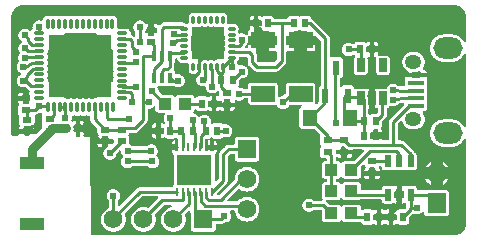
<source format=gtl>
G04 Layer: TopLayer*
G04 EasyEDA v6.5.14, 2022-08-24 11:35:25*
G04 453cab0d859b422d838698a6d57dd674,401f954c81374b6587e5d63e119e93f9,10*
G04 Gerber Generator version 0.2*
G04 Scale: 100 percent, Rotated: No, Reflected: No *
G04 Dimensions in millimeters *
G04 leading zeros omitted , absolute positions ,4 integer and 5 decimal *
%FSLAX45Y45*%
%MOMM*%

%AMMACRO1*21,1,$1,$2,0,0,$3*%
%ADD10C,0.2540*%
%ADD11C,0.7500*%
%ADD12R,0.2794X0.6500*%
%ADD13R,3.0000X2.6000*%
%ADD14R,1.3500X0.4000*%
%ADD15R,2.0000X1.3500*%
%ADD16R,0.5000X0.8000*%
%ADD17R,0.5500X1.0000*%
%ADD18R,0.8000X0.5000*%
%ADD19R,1.0922X0.9906*%
%ADD20O,0.2800096X0.6999986*%
%ADD21O,0.6999986X0.2800096*%
%ADD22R,2.8000X2.8000*%
%ADD23R,1.2000X1.4000*%
%ADD24R,0.4000X0.9000*%
%ADD25MACRO1,0.6223X1.1049X0.0000*%
%ADD26R,2.0000X1.0000*%
%ADD27O,0.2800096X0.9999979999999999*%
%ADD28O,0.9999979999999999X0.2800096*%
%ADD29R,5.3000X5.3000*%
%ADD30R,0.6000X1.3000*%
%ADD31O,1.3999972X1.1999976*%
%ADD32O,2.4999949999999997X1.7999964*%
%ADD33R,1.5748X1.7000*%
%ADD34C,1.7000*%
%ADD35C,1.5748*%
%ADD36R,1.5748X1.5748*%
%ADD37C,0.6110*%
%ADD38C,0.6100*%
%ADD39C,0.6200*%
%ADD40C,1.0000*%
%ADD41C,0.0197*%

%LPD*%
G36*
X-1271117Y600049D02*
G01*
X-1275537Y600252D01*
X-1279448Y602284D01*
X-1282090Y605790D01*
X-1283055Y610057D01*
X-1283055Y622604D01*
X-1282598Y625551D01*
X-1280871Y631291D01*
X-1280058Y639521D01*
X-1280058Y680516D01*
X-1280871Y688746D01*
X-1282598Y694486D01*
X-1283055Y697433D01*
X-1283055Y730504D01*
X-1282395Y734161D01*
X-1280414Y737311D01*
X-1277467Y739597D01*
X-1273911Y740613D01*
X-1269796Y740918D01*
X-1269796Y783640D01*
X-1324762Y783640D01*
X-1328420Y784352D01*
X-1331569Y786282D01*
X-1333804Y789178D01*
X-1337106Y800150D01*
X-1339799Y805230D01*
X-1340866Y808329D01*
X-1340866Y811682D01*
X-1339799Y814781D01*
X-1337106Y819861D01*
X-1334871Y827278D01*
X-1334109Y834999D01*
X-1334871Y842721D01*
X-1337106Y850137D01*
X-1339799Y855218D01*
X-1340866Y858367D01*
X-1340866Y861669D01*
X-1339799Y864819D01*
X-1337106Y869848D01*
X-1334871Y877265D01*
X-1334109Y884986D01*
X-1334871Y892708D01*
X-1337106Y900176D01*
X-1339799Y905205D01*
X-1340866Y908354D01*
X-1340866Y911656D01*
X-1339799Y914806D01*
X-1337106Y919835D01*
X-1333804Y930808D01*
X-1331569Y933754D01*
X-1328420Y935685D01*
X-1324762Y936345D01*
X-1269796Y936345D01*
X-1269796Y990244D01*
X-1268882Y994460D01*
X-1266342Y997915D01*
X-1262583Y999998D01*
X-1254556Y1002436D01*
X-1249527Y1005128D01*
X-1246378Y1006195D01*
X-1243076Y1006195D01*
X-1239926Y1005128D01*
X-1234897Y1002436D01*
X-1227429Y1000150D01*
X-1219708Y999388D01*
X-1211986Y1000150D01*
X-1204569Y1002436D01*
X-1199489Y1005128D01*
X-1196340Y1006195D01*
X-1193038Y1006195D01*
X-1189939Y1005128D01*
X-1184859Y1002436D01*
X-1177442Y1000150D01*
X-1169720Y999388D01*
X-1161948Y1000150D01*
X-1154531Y1002436D01*
X-1149502Y1005128D01*
X-1146352Y1006195D01*
X-1143050Y1006195D01*
X-1139901Y1005128D01*
X-1134872Y1002436D01*
X-1127455Y1000150D01*
X-1122680Y999032D01*
X-1119733Y996746D01*
X-1117752Y993597D01*
X-1117092Y989939D01*
X-1117092Y936345D01*
X-1064666Y936345D01*
X-1061008Y935685D01*
X-1057859Y933754D01*
X-1055624Y930808D01*
X-1052322Y919835D01*
X-1049578Y914806D01*
X-1048562Y911656D01*
X-1048562Y908354D01*
X-1049578Y905205D01*
X-1052322Y900176D01*
X-1054557Y892759D01*
X-1055319Y885037D01*
X-1054557Y877265D01*
X-1052322Y869848D01*
X-1049578Y864819D01*
X-1048512Y861669D01*
X-1048512Y858367D01*
X-1049578Y855218D01*
X-1052322Y850137D01*
X-1054557Y842721D01*
X-1055319Y834999D01*
X-1054557Y827278D01*
X-1052322Y819861D01*
X-1049578Y814781D01*
X-1048562Y811682D01*
X-1048562Y808329D01*
X-1049578Y805230D01*
X-1052322Y800150D01*
X-1055624Y789178D01*
X-1057859Y786282D01*
X-1061008Y784352D01*
X-1064666Y783640D01*
X-1117092Y783640D01*
X-1117092Y730097D01*
X-1117752Y726440D01*
X-1119733Y723239D01*
X-1122680Y721004D01*
X-1127455Y719836D01*
X-1134872Y717600D01*
X-1139901Y714908D01*
X-1143050Y713841D01*
X-1146352Y713841D01*
X-1149502Y714908D01*
X-1154531Y717600D01*
X-1161948Y719836D01*
X-1169720Y720598D01*
X-1177442Y719836D01*
X-1184859Y717600D01*
X-1189939Y714908D01*
X-1193038Y713841D01*
X-1196340Y713841D01*
X-1199489Y714908D01*
X-1204569Y717600D01*
X-1211986Y719836D01*
X-1219708Y720598D01*
X-1227429Y719836D01*
X-1234897Y717600D01*
X-1241704Y713943D01*
X-1247698Y709015D01*
X-1251762Y704088D01*
X-1254963Y701497D01*
X-1256334Y701090D01*
X-1256334Y697534D01*
X-1256792Y694588D01*
X-1258570Y688746D01*
X-1259382Y680516D01*
X-1259382Y639521D01*
X-1258062Y628091D01*
X-1258062Y612698D01*
X-1258773Y608990D01*
X-1260805Y605739D01*
X-1263904Y603504D01*
X-1267053Y601776D01*
G37*

%LPD*%
G36*
X-2378100Y388823D02*
G01*
X-2381250Y389890D01*
X-2386330Y392582D01*
X-2393746Y394868D01*
X-2406599Y395986D01*
X-2410256Y398119D01*
X-2412695Y401523D01*
X-2413558Y405638D01*
X-2413558Y531164D01*
X-2539441Y531164D01*
X-2543556Y532028D01*
X-2546959Y534517D01*
X-2549093Y538124D01*
X-2549550Y542340D01*
X-2549093Y546811D01*
X-2549855Y554532D01*
X-2552141Y562000D01*
X-2554833Y567080D01*
X-2555900Y570179D01*
X-2555900Y573481D01*
X-2554833Y576630D01*
X-2552141Y581710D01*
X-2549855Y589127D01*
X-2549093Y596849D01*
X-2549855Y604570D01*
X-2552141Y612038D01*
X-2554833Y617118D01*
X-2555900Y620217D01*
X-2555900Y623519D01*
X-2554833Y626668D01*
X-2552141Y631748D01*
X-2549855Y639165D01*
X-2549093Y646887D01*
X-2549855Y654608D01*
X-2552141Y662076D01*
X-2554782Y667004D01*
X-2555849Y670153D01*
X-2555849Y673455D01*
X-2554782Y676605D01*
X-2552141Y681532D01*
X-2549855Y688949D01*
X-2549093Y696671D01*
X-2549855Y704392D01*
X-2552141Y711860D01*
X-2554833Y716940D01*
X-2555900Y720039D01*
X-2555900Y723341D01*
X-2554833Y726490D01*
X-2552141Y731570D01*
X-2549855Y738987D01*
X-2549093Y746709D01*
X-2549855Y754430D01*
X-2552141Y761898D01*
X-2554833Y766978D01*
X-2555900Y770077D01*
X-2555900Y773379D01*
X-2554833Y776528D01*
X-2552141Y781608D01*
X-2549855Y789025D01*
X-2548737Y801878D01*
X-2546604Y805535D01*
X-2543200Y807974D01*
X-2539085Y808888D01*
X-2413558Y808888D01*
X-2413558Y934262D01*
X-2412898Y937920D01*
X-2410917Y941120D01*
X-2407920Y943356D01*
X-2404313Y944371D01*
X-2395220Y945184D01*
X-2387854Y947419D01*
X-2382774Y950112D01*
X-2379624Y951179D01*
X-2376322Y951179D01*
X-2373172Y950112D01*
X-2368092Y947419D01*
X-2360676Y945184D01*
X-2352954Y944422D01*
X-2345232Y945184D01*
X-2337816Y947419D01*
X-2332736Y950112D01*
X-2329586Y951179D01*
X-2326284Y951179D01*
X-2323134Y950112D01*
X-2318054Y947419D01*
X-2310638Y945184D01*
X-2302916Y944422D01*
X-2295194Y945184D01*
X-2287778Y947419D01*
X-2282799Y950061D01*
X-2279700Y951128D01*
X-2276348Y951128D01*
X-2273249Y950061D01*
X-2268270Y947419D01*
X-2260854Y945184D01*
X-2253132Y944422D01*
X-2245410Y945184D01*
X-2237994Y947419D01*
X-2232914Y950112D01*
X-2229764Y951179D01*
X-2226462Y951179D01*
X-2223312Y950112D01*
X-2218232Y947419D01*
X-2210816Y945184D01*
X-2203094Y944422D01*
X-2195372Y945184D01*
X-2187956Y947419D01*
X-2182876Y950112D01*
X-2179726Y951179D01*
X-2176424Y951179D01*
X-2173274Y950112D01*
X-2168194Y947419D01*
X-2160778Y945184D01*
X-2153056Y944422D01*
X-2147011Y944981D01*
X-2142845Y944524D01*
X-2139188Y942441D01*
X-2136749Y938987D01*
X-2135886Y934872D01*
X-2135886Y808888D01*
X-2010257Y808888D01*
X-2006142Y807974D01*
X-2002739Y805535D01*
X-2000605Y801878D01*
X-2000148Y797712D01*
X-2000351Y795731D01*
X-1999589Y788009D01*
X-1997303Y780592D01*
X-1994611Y775512D01*
X-1993544Y772363D01*
X-1993544Y769061D01*
X-1994611Y765962D01*
X-1997303Y760882D01*
X-1999589Y753414D01*
X-2000351Y745693D01*
X-1999589Y737971D01*
X-1997303Y730554D01*
X-1994611Y725474D01*
X-1993544Y722325D01*
X-1993544Y719023D01*
X-1994611Y715924D01*
X-1997303Y710844D01*
X-1999589Y703376D01*
X-2000351Y695655D01*
X-1999589Y687933D01*
X-1997303Y680516D01*
X-1994662Y675589D01*
X-1993595Y672439D01*
X-1993595Y669137D01*
X-1994662Y665988D01*
X-1997303Y661060D01*
X-1999589Y653592D01*
X-2000351Y645871D01*
X-1999589Y638149D01*
X-1997303Y630732D01*
X-1994611Y625652D01*
X-1993544Y622503D01*
X-1993544Y619201D01*
X-1994611Y616102D01*
X-1997303Y611022D01*
X-1999589Y603554D01*
X-2000351Y595833D01*
X-1999589Y588111D01*
X-1997303Y580694D01*
X-1994611Y575614D01*
X-1993544Y572465D01*
X-1993544Y569163D01*
X-1994611Y566064D01*
X-1997303Y560984D01*
X-1999589Y553516D01*
X-2000351Y545795D01*
X-1999996Y542340D01*
X-2000453Y538124D01*
X-2002586Y534517D01*
X-2005990Y532028D01*
X-2010105Y531164D01*
X-2135886Y531164D01*
X-2135886Y405282D01*
X-2136749Y401167D01*
X-2139188Y397764D01*
X-2142845Y395630D01*
X-2147011Y395173D01*
X-2151532Y395630D01*
X-2159254Y394868D01*
X-2166670Y392582D01*
X-2171750Y389890D01*
X-2174900Y388823D01*
X-2178202Y388823D01*
X-2181352Y389890D01*
X-2186432Y392582D01*
X-2193848Y394868D01*
X-2201570Y395630D01*
X-2209292Y394868D01*
X-2216708Y392582D01*
X-2221788Y389890D01*
X-2224938Y388823D01*
X-2228240Y388823D01*
X-2231390Y389890D01*
X-2236470Y392582D01*
X-2243886Y394868D01*
X-2251608Y395630D01*
X-2259330Y394868D01*
X-2266746Y392582D01*
X-2271725Y389940D01*
X-2274824Y388874D01*
X-2278176Y388874D01*
X-2281275Y389940D01*
X-2286254Y392582D01*
X-2293670Y394868D01*
X-2301392Y395630D01*
X-2309114Y394868D01*
X-2316530Y392582D01*
X-2321610Y389890D01*
X-2324760Y388823D01*
X-2328062Y388823D01*
X-2331212Y389890D01*
X-2336292Y392582D01*
X-2343708Y394868D01*
X-2351430Y395630D01*
X-2359152Y394868D01*
X-2366568Y392582D01*
X-2371648Y389890D01*
X-2374798Y388823D01*
G37*

%LPD*%
G36*
X-275488Y347522D02*
G01*
X-279298Y348183D01*
X-282600Y350266D01*
X-284886Y353415D01*
X-285800Y357174D01*
X-284988Y361696D01*
X-284276Y367944D01*
X-284276Y501802D01*
X-284988Y508101D01*
X-286918Y513486D01*
X-289966Y518363D01*
X-293979Y522376D01*
X-298856Y525424D01*
X-304241Y527354D01*
X-310540Y528015D01*
X-509371Y528015D01*
X-515670Y527354D01*
X-521055Y525424D01*
X-525932Y522376D01*
X-529945Y518363D01*
X-532993Y513486D01*
X-534924Y508101D01*
X-535584Y501802D01*
X-535584Y442823D01*
X-536397Y438962D01*
X-538581Y435660D01*
X-555244Y418947D01*
X-558139Y416915D01*
X-561543Y416001D01*
X-569722Y415290D01*
X-579221Y412750D01*
X-588365Y408432D01*
X-592429Y406755D01*
X-596798Y406958D01*
X-600710Y408990D01*
X-603402Y412445D01*
X-604367Y416763D01*
X-604367Y501904D01*
X-605028Y508203D01*
X-606958Y513588D01*
X-610006Y518464D01*
X-614070Y522478D01*
X-618896Y525526D01*
X-624332Y527456D01*
X-630580Y528167D01*
X-829411Y528167D01*
X-835710Y527456D01*
X-841095Y525526D01*
X-845972Y522478D01*
X-849985Y518464D01*
X-853033Y513588D01*
X-854964Y508203D01*
X-855675Y501904D01*
X-855675Y483514D01*
X-856437Y479602D01*
X-858621Y476351D01*
X-861923Y474116D01*
X-865835Y473354D01*
X-891184Y473354D01*
X-894232Y473811D01*
X-896975Y475183D01*
X-901903Y478637D01*
X-910793Y482752D01*
X-920242Y485292D01*
X-927760Y485952D01*
X-931316Y486968D01*
X-934262Y489102D01*
X-936294Y492201D01*
X-937056Y495808D01*
X-936498Y499465D01*
X-934770Y504291D01*
X-934059Y510590D01*
X-934059Y542188D01*
X-933297Y546100D01*
X-931113Y549402D01*
X-919429Y561035D01*
X-915720Y563422D01*
X-900277Y564743D01*
X-890828Y567232D01*
X-881938Y571398D01*
X-873912Y576986D01*
X-867003Y583895D01*
X-861415Y591921D01*
X-857250Y600811D01*
X-854760Y610260D01*
X-853897Y619963D01*
X-854760Y629716D01*
X-857250Y639165D01*
X-861415Y648055D01*
X-867003Y656082D01*
X-873912Y662990D01*
X-881938Y668578D01*
X-890828Y672744D01*
X-900277Y675233D01*
X-909980Y676097D01*
X-919734Y675233D01*
X-925423Y673760D01*
X-928928Y673455D01*
X-932332Y674319D01*
X-935228Y676351D01*
X-937260Y679246D01*
X-941324Y688086D01*
X-946099Y694842D01*
X-947775Y698855D01*
X-947572Y703224D01*
X-945591Y707085D01*
X-940765Y712978D01*
X-937107Y719836D01*
X-934872Y727252D01*
X-933703Y739648D01*
X-931570Y743305D01*
X-928166Y745744D01*
X-924052Y746607D01*
X-868527Y746607D01*
X-864616Y745845D01*
X-861314Y743661D01*
X-859129Y740359D01*
X-858367Y736447D01*
X-858367Y700481D01*
X-857554Y692505D01*
X-855370Y685342D01*
X-851865Y678738D01*
X-846785Y672541D01*
X-807466Y633222D01*
X-801268Y628142D01*
X-794664Y624636D01*
X-787450Y622452D01*
X-779526Y621639D01*
X-620522Y621639D01*
X-612546Y622452D01*
X-605332Y624636D01*
X-598728Y628142D01*
X-592531Y633222D01*
X-543255Y682548D01*
X-538175Y688695D01*
X-534619Y695350D01*
X-532434Y702513D01*
X-531622Y710488D01*
X-531622Y783742D01*
X-530910Y787501D01*
X-528828Y790752D01*
X-525678Y792988D01*
X-521919Y793902D01*
X-518109Y793343D01*
X-515670Y792429D01*
X-509371Y791768D01*
X-466293Y791768D01*
X-466293Y844803D01*
X-521462Y844803D01*
X-525373Y845566D01*
X-528675Y847801D01*
X-530860Y851052D01*
X-531622Y854964D01*
X-531622Y914857D01*
X-530860Y918718D01*
X-528675Y922019D01*
X-525373Y924204D01*
X-521462Y925017D01*
X-466293Y925017D01*
X-466293Y954176D01*
X-465531Y958087D01*
X-463346Y961390D01*
X-460044Y963574D01*
X-456133Y964336D01*
X-445566Y964336D01*
X-439267Y965047D01*
X-433882Y966927D01*
X-429006Y969975D01*
X-427177Y971854D01*
X-423875Y974039D01*
X-419963Y974852D01*
X-416102Y974039D01*
X-412800Y971854D01*
X-410921Y969975D01*
X-406095Y966927D01*
X-400659Y965047D01*
X-394411Y964336D01*
X-363778Y964336D01*
X-359867Y963574D01*
X-356565Y961390D01*
X-354380Y958087D01*
X-353618Y954176D01*
X-353618Y925017D01*
X-283464Y925017D01*
X-279552Y924204D01*
X-276250Y922019D01*
X-244043Y889812D01*
X-241808Y886510D01*
X-241046Y882599D01*
X-241046Y509422D01*
X-241604Y506069D01*
X-243281Y503072D01*
X-245821Y500786D01*
X-248666Y499008D01*
X-252729Y494944D01*
X-255778Y490118D01*
X-257657Y484682D01*
X-258368Y478434D01*
X-258368Y364794D01*
X-259130Y360934D01*
X-261315Y357632D01*
X-268478Y350469D01*
X-271678Y348335D01*
G37*

%LPC*%
G36*
X-353618Y791768D02*
G01*
X-310540Y791768D01*
X-304241Y792429D01*
X-298856Y794359D01*
X-293979Y797407D01*
X-289966Y801420D01*
X-286918Y806297D01*
X-284988Y811682D01*
X-284276Y817981D01*
X-284276Y844803D01*
X-353618Y844803D01*
G37*

%LPD*%
G36*
X216611Y38354D02*
G01*
X212699Y39116D01*
X209397Y41351D01*
X207213Y44602D01*
X206451Y48514D01*
X206451Y53644D01*
X186080Y53644D01*
X182219Y54406D01*
X178917Y56641D01*
X176733Y59943D01*
X175920Y63804D01*
X175920Y96164D01*
X176733Y100076D01*
X178917Y103378D01*
X182219Y105562D01*
X186080Y106324D01*
X206451Y106324D01*
X206451Y124206D01*
X207213Y128066D01*
X209397Y131368D01*
X212699Y133553D01*
X216611Y134366D01*
X233984Y134366D01*
X237845Y133553D01*
X241147Y131368D01*
X243382Y128066D01*
X244144Y124206D01*
X244144Y106324D01*
X275945Y106324D01*
X275945Y119430D01*
X275234Y125679D01*
X273354Y131114D01*
X271170Y134569D01*
X269798Y138074D01*
X269798Y141884D01*
X271170Y145389D01*
X273354Y148894D01*
X275234Y154330D01*
X275945Y160578D01*
X275945Y192227D01*
X276707Y196088D01*
X278942Y199390D01*
X308965Y229412D01*
X314045Y235610D01*
X317601Y242214D01*
X319786Y249428D01*
X320548Y257403D01*
X320548Y305562D01*
X321411Y309626D01*
X323799Y313029D01*
X327355Y315163D01*
X329742Y316026D01*
X334619Y319074D01*
X338683Y323088D01*
X341122Y326999D01*
X344119Y330047D01*
X348081Y331622D01*
X352348Y331419D01*
X362559Y328676D01*
X372313Y327812D01*
X382016Y328676D01*
X391515Y331216D01*
X400354Y335330D01*
X408381Y340969D01*
X418388Y350824D01*
X422300Y352247D01*
X453440Y356565D01*
X458622Y356666D01*
X462534Y355854D01*
X465785Y353669D01*
X468020Y350367D01*
X468782Y346506D01*
X468020Y342595D01*
X465785Y339293D01*
X346506Y220014D01*
X341426Y213817D01*
X337870Y207162D01*
X335686Y199999D01*
X334924Y192024D01*
X334924Y48514D01*
X334162Y44602D01*
X331927Y41351D01*
X328625Y39116D01*
X324764Y38354D01*
X286105Y38354D01*
X282194Y39116D01*
X278942Y41351D01*
X276707Y44602D01*
X275945Y48514D01*
X275945Y53644D01*
X244144Y53644D01*
X244144Y48514D01*
X243382Y44602D01*
X241147Y41351D01*
X237845Y39116D01*
X233984Y38354D01*
G37*

%LPD*%
G36*
X-66751Y-152044D02*
G01*
X-70510Y-150418D01*
X-73304Y-147472D01*
X-75184Y-144526D01*
X-79248Y-140462D01*
X-84074Y-137414D01*
X-89509Y-135534D01*
X-95758Y-134823D01*
X-101295Y-134823D01*
X-105156Y-134061D01*
X-108458Y-131826D01*
X-110693Y-128524D01*
X-111455Y-124663D01*
X-111455Y-113639D01*
X-110540Y-109474D01*
X-107950Y-106019D01*
X-104190Y-103936D01*
X-99923Y-103581D01*
X-95859Y-105054D01*
X-91135Y-108051D01*
X-85699Y-109931D01*
X-79451Y-110642D01*
X-66344Y-110642D01*
X-66344Y-78841D01*
X-104190Y-78841D01*
X-108051Y-78079D01*
X-111353Y-75895D01*
X-113588Y-72593D01*
X-114350Y-68681D01*
X-114350Y-51308D01*
X-113588Y-47396D01*
X-111353Y-44145D01*
X-108051Y-41910D01*
X-104190Y-41148D01*
X-66344Y-41148D01*
X-66344Y-20828D01*
X-65582Y-16916D01*
X-63398Y-13614D01*
X-60096Y-11430D01*
X-56184Y-10668D01*
X-47802Y-10668D01*
X-43891Y-11430D01*
X-40589Y-13614D01*
X-27482Y-26771D01*
X-21285Y-31851D01*
X-19050Y-33070D01*
X-16357Y-35102D01*
X-14528Y-37896D01*
X-13716Y-41148D01*
X28803Y-41148D01*
X32054Y-39065D01*
X35814Y-38354D01*
X113233Y-38354D01*
X117144Y-39116D01*
X120446Y-41351D01*
X122631Y-44602D01*
X123393Y-48514D01*
X122631Y-52425D01*
X120446Y-55676D01*
X44297Y-131826D01*
X40995Y-134061D01*
X37134Y-134823D01*
X-33680Y-134823D01*
X-39928Y-135534D01*
X-45313Y-137414D01*
X-50190Y-140462D01*
X-54254Y-144526D01*
X-56083Y-147472D01*
X-58928Y-150418D01*
X-62687Y-152044D01*
G37*

%LPC*%
G36*
X-13665Y-110642D02*
G01*
X-558Y-110642D01*
X5689Y-109931D01*
X11074Y-108051D01*
X15951Y-105003D01*
X20015Y-100939D01*
X23063Y-96113D01*
X24942Y-90678D01*
X25654Y-84429D01*
X25654Y-78841D01*
X-13665Y-78841D01*
G37*

%LPD*%
G36*
X-2171090Y-764336D02*
G01*
X-2174951Y-763574D01*
X-2178202Y-761390D01*
X-2180437Y-758139D01*
X-2181250Y-754278D01*
X-2189988Y68986D01*
X-2190953Y70002D01*
X-2240127Y70002D01*
X-2244344Y70916D01*
X-2247798Y73456D01*
X-2249881Y77216D01*
X-2250236Y81534D01*
X-2248763Y85547D01*
X-2246680Y88900D01*
X-2244750Y94284D01*
X-2244039Y100584D01*
X-2244039Y113639D01*
X-2275890Y113639D01*
X-2275890Y80162D01*
X-2276652Y76250D01*
X-2278837Y72999D01*
X-2282139Y70764D01*
X-2286050Y70002D01*
X-2303424Y70002D01*
X-2307285Y70764D01*
X-2310587Y72999D01*
X-2312771Y76250D01*
X-2313584Y80162D01*
X-2313584Y113639D01*
X-2323338Y113639D01*
X-2327605Y114604D01*
X-2331110Y117246D01*
X-2333142Y121107D01*
X-2333345Y125476D01*
X-2331821Y134772D01*
X-2331821Y145237D01*
X-2333345Y154533D01*
X-2333142Y158902D01*
X-2331110Y162763D01*
X-2327605Y165404D01*
X-2323338Y166370D01*
X-2313584Y166370D01*
X-2313584Y205638D01*
X-2319121Y205638D01*
X-2325420Y204927D01*
X-2330805Y203047D01*
X-2336800Y199237D01*
X-2340559Y197764D01*
X-2344572Y197916D01*
X-2348230Y199593D01*
X-2350973Y202590D01*
X-2352294Y206400D01*
X-2352040Y210413D01*
X-2349449Y220268D01*
X-2348585Y229971D01*
X-2349042Y235102D01*
X-2348738Y238556D01*
X-2347315Y241706D01*
X-2344928Y244195D01*
X-2341880Y245719D01*
X-2336292Y247446D01*
X-2331212Y250139D01*
X-2328062Y251206D01*
X-2324760Y251206D01*
X-2321610Y250139D01*
X-2316530Y247446D01*
X-2309114Y245160D01*
X-2301392Y244398D01*
X-2293670Y245160D01*
X-2286254Y247446D01*
X-2281275Y250088D01*
X-2278176Y251155D01*
X-2274824Y251155D01*
X-2271725Y250088D01*
X-2266746Y247446D01*
X-2259330Y245160D01*
X-2251608Y244398D01*
X-2243886Y245160D01*
X-2236470Y247446D01*
X-2231390Y250139D01*
X-2228240Y251206D01*
X-2224938Y251206D01*
X-2221788Y250139D01*
X-2216708Y247446D01*
X-2209292Y245160D01*
X-2196846Y243992D01*
X-2193239Y241858D01*
X-2190750Y238455D01*
X-2189886Y234340D01*
X-2189886Y217322D01*
X-2189124Y209346D01*
X-2186940Y202184D01*
X-2183384Y195529D01*
X-2178304Y189382D01*
X-2133346Y144373D01*
X-2131110Y141071D01*
X-2130348Y137210D01*
X-2130348Y105562D01*
X-2129637Y99314D01*
X-2127758Y93878D01*
X-2124710Y89052D01*
X-2122830Y87172D01*
X-2120646Y83870D01*
X-2119884Y80010D01*
X-2120646Y76098D01*
X-2122830Y72796D01*
X-2124710Y70967D01*
X-2127758Y66090D01*
X-2129637Y60706D01*
X-2130348Y54406D01*
X-2130348Y48869D01*
X-2091029Y48869D01*
X-2091029Y69189D01*
X-2090267Y73050D01*
X-2088083Y76352D01*
X-2084781Y78587D01*
X-2080869Y79349D01*
X-2048510Y79349D01*
X-2044598Y78587D01*
X-2041347Y76352D01*
X-2039112Y73050D01*
X-2038350Y69189D01*
X-2038350Y48869D01*
X-2000504Y48869D01*
X-1996643Y48056D01*
X-1993341Y45872D01*
X-1991156Y42570D01*
X-1990343Y38709D01*
X-1990343Y22809D01*
X-1991156Y18897D01*
X-1993341Y15646D01*
X-1994814Y14122D01*
X-1998116Y11938D01*
X-2002028Y11125D01*
X-2038350Y11125D01*
X-2038350Y-8229D01*
X-2039061Y-11938D01*
X-2041143Y-15189D01*
X-2044192Y-17424D01*
X-2052777Y-21386D01*
X-2060803Y-27025D01*
X-2067712Y-33934D01*
X-2073300Y-41960D01*
X-2077466Y-50800D01*
X-2079955Y-60248D01*
X-2080818Y-70002D01*
X-2079955Y-79756D01*
X-2077466Y-89204D01*
X-2073300Y-98044D01*
X-2067712Y-106070D01*
X-2060803Y-112979D01*
X-2052777Y-118618D01*
X-2043887Y-122732D01*
X-2034438Y-125272D01*
X-2024684Y-126136D01*
X-2014982Y-125272D01*
X-2005533Y-122732D01*
X-1996643Y-118618D01*
X-1988616Y-112979D01*
X-1981707Y-106070D01*
X-1976120Y-98044D01*
X-1971954Y-89204D01*
X-1969465Y-79756D01*
X-1968754Y-71628D01*
X-1967839Y-68224D01*
X-1965807Y-65328D01*
X-1947824Y-47345D01*
X-1944674Y-45212D01*
X-1940966Y-44399D01*
X-1937207Y-45008D01*
X-1933905Y-46939D01*
X-1931568Y-49987D01*
X-1930552Y-53644D01*
X-1929993Y-59740D01*
X-1927453Y-69240D01*
X-1923338Y-78079D01*
X-1917700Y-86106D01*
X-1916023Y-87833D01*
X-1913788Y-91135D01*
X-1913026Y-94996D01*
X-1913788Y-98907D01*
X-1916023Y-102209D01*
X-1917700Y-103885D01*
X-1923338Y-111912D01*
X-1927453Y-120802D01*
X-1929993Y-130251D01*
X-1930857Y-140004D01*
X-1929993Y-149758D01*
X-1927453Y-159207D01*
X-1923338Y-168097D01*
X-1917700Y-176123D01*
X-1910791Y-183032D01*
X-1902764Y-188671D01*
X-1893925Y-192786D01*
X-1884425Y-195326D01*
X-1874672Y-196189D01*
X-1864969Y-195326D01*
X-1855470Y-192786D01*
X-1846630Y-188671D01*
X-1838604Y-183032D01*
X-1836877Y-181305D01*
X-1833575Y-179120D01*
X-1829714Y-178358D01*
X-1709724Y-178358D01*
X-1705813Y-179120D01*
X-1702511Y-181305D01*
X-1700834Y-183032D01*
X-1692808Y-188671D01*
X-1683918Y-192786D01*
X-1674469Y-195326D01*
X-1664716Y-196189D01*
X-1654962Y-195326D01*
X-1645513Y-192786D01*
X-1636623Y-188671D01*
X-1628597Y-183032D01*
X-1621688Y-176123D01*
X-1616049Y-168097D01*
X-1611934Y-159207D01*
X-1609394Y-149758D01*
X-1608531Y-140004D01*
X-1609394Y-130251D01*
X-1611934Y-120802D01*
X-1616049Y-111912D01*
X-1621688Y-103885D01*
X-1628851Y-96723D01*
X-1630883Y-93827D01*
X-1631797Y-90424D01*
X-1631492Y-86918D01*
X-1630019Y-83718D01*
X-1626057Y-78079D01*
X-1621942Y-69240D01*
X-1619402Y-59740D01*
X-1618538Y-50038D01*
X-1619402Y-40284D01*
X-1621942Y-30784D01*
X-1626057Y-21945D01*
X-1631696Y-13919D01*
X-1638604Y-7010D01*
X-1646631Y-1371D01*
X-1655470Y2743D01*
X-1664970Y5283D01*
X-1674672Y6146D01*
X-1684426Y5283D01*
X-1693925Y2743D01*
X-1702765Y-1371D01*
X-1710791Y-7010D01*
X-1712468Y-8686D01*
X-1715770Y-10871D01*
X-1719681Y-11633D01*
X-1829714Y-11633D01*
X-1833625Y-10871D01*
X-1836928Y-8686D01*
X-1838604Y-7010D01*
X-1846630Y-1371D01*
X-1853184Y1676D01*
X-1856282Y3911D01*
X-1858314Y7162D01*
X-1859076Y10922D01*
X-1859076Y54457D01*
X-1859737Y60706D01*
X-1861667Y66141D01*
X-1864715Y70967D01*
X-1866544Y72847D01*
X-1868779Y76149D01*
X-1869541Y80010D01*
X-1868779Y83921D01*
X-1866544Y87223D01*
X-1864715Y89052D01*
X-1859178Y98399D01*
X-1855774Y100787D01*
X-1851710Y101650D01*
X-1815185Y101650D01*
X-1807260Y102463D01*
X-1800047Y104597D01*
X-1793443Y108153D01*
X-1787245Y113233D01*
X-1717954Y182524D01*
X-1712874Y188722D01*
X-1709318Y195326D01*
X-1707134Y202539D01*
X-1706372Y210515D01*
X-1706372Y297789D01*
X-1705660Y301447D01*
X-1703679Y304647D01*
X-1700682Y306882D01*
X-1697075Y307898D01*
X-1687982Y308711D01*
X-1678482Y311251D01*
X-1669643Y315366D01*
X-1661617Y321005D01*
X-1657400Y325170D01*
X-1654098Y327406D01*
X-1650238Y328168D01*
X-1646326Y327406D01*
X-1643024Y325170D01*
X-1640839Y321868D01*
X-1640078Y318008D01*
X-1640078Y301040D01*
X-1639366Y294792D01*
X-1637487Y289356D01*
X-1634439Y284530D01*
X-1630375Y280466D01*
X-1625498Y277418D01*
X-1620113Y275539D01*
X-1613814Y274828D01*
X-1571091Y274828D01*
X-1566773Y273862D01*
X-1563319Y271170D01*
X-1561287Y267309D01*
X-1561084Y262890D01*
X-1567434Y249174D01*
X-1569974Y239725D01*
X-1570837Y229971D01*
X-1569974Y220268D01*
X-1567434Y210820D01*
X-1563319Y201930D01*
X-1554683Y189839D01*
X-1553921Y185978D01*
X-1554683Y182067D01*
X-1557528Y178155D01*
X-1560830Y175920D01*
X-1564690Y175158D01*
X-1568602Y175920D01*
X-1571904Y178155D01*
X-1573784Y179984D01*
X-1578610Y183032D01*
X-1584045Y184962D01*
X-1590294Y185674D01*
X-1595882Y185674D01*
X-1595882Y146354D01*
X-1575511Y146354D01*
X-1571650Y145592D01*
X-1568348Y143357D01*
X-1566164Y140055D01*
X-1565351Y136194D01*
X-1565351Y103784D01*
X-1566164Y99923D01*
X-1568348Y96621D01*
X-1571650Y94437D01*
X-1575511Y93624D01*
X-1595882Y93624D01*
X-1595882Y54356D01*
X-1590294Y54356D01*
X-1584045Y55067D01*
X-1578610Y56946D01*
X-1573784Y59994D01*
X-1571904Y61874D01*
X-1568602Y64058D01*
X-1564690Y64820D01*
X-1560830Y64058D01*
X-1557528Y61874D01*
X-1555648Y59994D01*
X-1550822Y56946D01*
X-1545386Y55067D01*
X-1539138Y54356D01*
X-1490421Y54356D01*
X-1486154Y53441D01*
X-1482902Y50952D01*
X-1481785Y53848D01*
X-1478686Y56896D01*
X-1475130Y59131D01*
X-1471574Y60502D01*
X-1467815Y60502D01*
X-1464310Y59131D01*
X-1460093Y56692D01*
X-1453743Y54660D01*
X-1450035Y52578D01*
X-1447546Y49123D01*
X-1446682Y45008D01*
X-1446682Y26314D01*
X-1447241Y22910D01*
X-1448917Y18186D01*
X-1449628Y11887D01*
X-1449628Y-44196D01*
X-1450289Y-47853D01*
X-1452219Y-51003D01*
X-1455166Y-53238D01*
X-1458722Y-54305D01*
X-1462125Y-54660D01*
X-1466342Y-54203D01*
X-1469999Y-52120D01*
X-1472438Y-48666D01*
X-1473352Y-44551D01*
X-1473352Y-42621D01*
X-1499616Y-42621D01*
X-1499616Y-51968D01*
X-1498904Y-58216D01*
X-1497025Y-63601D01*
X-1494028Y-68427D01*
X-1488744Y-73507D01*
X-1486458Y-76860D01*
X-1485646Y-80822D01*
X-1485646Y-339242D01*
X-1486458Y-343204D01*
X-1488744Y-346506D01*
X-1494028Y-351637D01*
X-1497076Y-355447D01*
X-1500073Y-357124D01*
X-1503426Y-357682D01*
X-1770227Y-357682D01*
X-1778203Y-358444D01*
X-1785366Y-360629D01*
X-1791970Y-364185D01*
X-1798167Y-369265D01*
X-1940001Y-511098D01*
X-1943303Y-513283D01*
X-1947214Y-514045D01*
X-1951075Y-513283D01*
X-1954377Y-511098D01*
X-1956562Y-507796D01*
X-1957374Y-503885D01*
X-1957374Y-476656D01*
X-1956612Y-472846D01*
X-1954530Y-469646D01*
X-1950669Y-465582D01*
X-1945284Y-457657D01*
X-1941322Y-448868D01*
X-1938934Y-439572D01*
X-1938070Y-430022D01*
X-1938934Y-420471D01*
X-1941322Y-411175D01*
X-1945284Y-402386D01*
X-1950669Y-394462D01*
X-1957324Y-387502D01*
X-1965045Y-381812D01*
X-1973580Y-377494D01*
X-1982774Y-374650D01*
X-1992325Y-373430D01*
X-2001926Y-373888D01*
X-2011273Y-375869D01*
X-2020214Y-379476D01*
X-2028393Y-384505D01*
X-2035606Y-390855D01*
X-2041601Y-398322D01*
X-2046325Y-406704D01*
X-2049525Y-415747D01*
X-2051151Y-425196D01*
X-2051151Y-434848D01*
X-2049525Y-444296D01*
X-2046325Y-453339D01*
X-2041601Y-461721D01*
X-2036318Y-468274D01*
X-2034641Y-471271D01*
X-2034082Y-474675D01*
X-2034082Y-526491D01*
X-2034743Y-530148D01*
X-2036724Y-533349D01*
X-2039721Y-535584D01*
X-2047900Y-539597D01*
X-2059228Y-547217D01*
X-2069490Y-556209D01*
X-2078532Y-566470D01*
X-2086102Y-577799D01*
X-2092147Y-590042D01*
X-2096516Y-602996D01*
X-2099208Y-616356D01*
X-2100072Y-630021D01*
X-2099208Y-643636D01*
X-2096516Y-656996D01*
X-2092147Y-669950D01*
X-2086102Y-682193D01*
X-2078532Y-693521D01*
X-2069490Y-703783D01*
X-2059228Y-712825D01*
X-2047900Y-720394D01*
X-2035657Y-726440D01*
X-2022703Y-730808D01*
X-2009343Y-733450D01*
X-1995728Y-734364D01*
X-1982063Y-733450D01*
X-1968703Y-730808D01*
X-1955749Y-726440D01*
X-1943506Y-720394D01*
X-1932178Y-712825D01*
X-1921916Y-703783D01*
X-1912924Y-693521D01*
X-1905304Y-682193D01*
X-1899259Y-669950D01*
X-1894890Y-656996D01*
X-1892249Y-643636D01*
X-1891334Y-630021D01*
X-1892249Y-616356D01*
X-1894890Y-602996D01*
X-1900783Y-585012D01*
X-1900123Y-580898D01*
X-1897837Y-577392D01*
X-1757781Y-437337D01*
X-1754479Y-435152D01*
X-1750618Y-434390D01*
X-1624787Y-434390D01*
X-1620926Y-435152D01*
X-1617624Y-437337D01*
X-1615389Y-440639D01*
X-1614627Y-444550D01*
X-1615389Y-448411D01*
X-1617624Y-451713D01*
X-1695551Y-529691D01*
X-1698650Y-531825D01*
X-1702307Y-532638D01*
X-1706016Y-532130D01*
X-1714703Y-529183D01*
X-1728063Y-526542D01*
X-1741728Y-525627D01*
X-1755343Y-526542D01*
X-1768703Y-529183D01*
X-1781657Y-533552D01*
X-1793900Y-539597D01*
X-1805228Y-547217D01*
X-1815490Y-556209D01*
X-1824532Y-566470D01*
X-1832102Y-577799D01*
X-1838147Y-590042D01*
X-1842516Y-602996D01*
X-1845208Y-616356D01*
X-1846072Y-630021D01*
X-1845208Y-643636D01*
X-1842516Y-656996D01*
X-1838147Y-669950D01*
X-1832102Y-682193D01*
X-1824532Y-693521D01*
X-1815490Y-703783D01*
X-1805228Y-712825D01*
X-1793900Y-720394D01*
X-1781657Y-726440D01*
X-1768703Y-730808D01*
X-1755343Y-733450D01*
X-1741728Y-734364D01*
X-1728063Y-733450D01*
X-1714703Y-730808D01*
X-1701749Y-726440D01*
X-1689506Y-720394D01*
X-1678178Y-712825D01*
X-1667916Y-703783D01*
X-1658924Y-693521D01*
X-1651304Y-682193D01*
X-1645259Y-669950D01*
X-1640890Y-656996D01*
X-1638249Y-643636D01*
X-1637334Y-630021D01*
X-1638249Y-616356D01*
X-1640890Y-602996D01*
X-1643786Y-594410D01*
X-1644345Y-590702D01*
X-1643481Y-587044D01*
X-1641348Y-583946D01*
X-1568754Y-511352D01*
X-1565452Y-509117D01*
X-1561541Y-508355D01*
X-1513230Y-508355D01*
X-1509115Y-509270D01*
X-1505661Y-511759D01*
X-1503578Y-515467D01*
X-1503172Y-519684D01*
X-1504492Y-523697D01*
X-1507388Y-526796D01*
X-1511249Y-528472D01*
X-1514703Y-529183D01*
X-1527657Y-533552D01*
X-1539900Y-539597D01*
X-1551228Y-547217D01*
X-1561490Y-556209D01*
X-1570532Y-566470D01*
X-1578102Y-577799D01*
X-1584147Y-590042D01*
X-1588516Y-602996D01*
X-1591208Y-616356D01*
X-1592072Y-630021D01*
X-1591208Y-643636D01*
X-1588516Y-656996D01*
X-1584147Y-669950D01*
X-1578102Y-682193D01*
X-1570532Y-693521D01*
X-1561490Y-703783D01*
X-1551228Y-712825D01*
X-1539900Y-720394D01*
X-1527657Y-726440D01*
X-1514703Y-730808D01*
X-1501343Y-733450D01*
X-1487728Y-734364D01*
X-1474063Y-733450D01*
X-1460703Y-730808D01*
X-1447749Y-726440D01*
X-1435506Y-720394D01*
X-1424178Y-712825D01*
X-1413916Y-703783D01*
X-1404924Y-693521D01*
X-1397304Y-682193D01*
X-1391259Y-669950D01*
X-1386890Y-656996D01*
X-1384249Y-643636D01*
X-1383334Y-630021D01*
X-1384249Y-616356D01*
X-1386890Y-602996D01*
X-1389837Y-594360D01*
X-1390345Y-590651D01*
X-1389481Y-586994D01*
X-1387398Y-583946D01*
X-1362303Y-558850D01*
X-1358798Y-556564D01*
X-1354734Y-555853D01*
X-1350670Y-556869D01*
X-1347368Y-559409D01*
X-1345387Y-563067D01*
X-1343101Y-570636D01*
X-1339291Y-577748D01*
X-1338427Y-580085D01*
X-1338122Y-582523D01*
X-1338122Y-708152D01*
X-1337411Y-714451D01*
X-1335481Y-719836D01*
X-1332433Y-724712D01*
X-1328420Y-728726D01*
X-1323543Y-731774D01*
X-1318158Y-733704D01*
X-1311859Y-734415D01*
X-1155547Y-734415D01*
X-1149299Y-733704D01*
X-1143863Y-731774D01*
X-1139037Y-728726D01*
X-1134973Y-724712D01*
X-1131925Y-719836D01*
X-1129995Y-714451D01*
X-1129334Y-708152D01*
X-1129334Y-678484D01*
X-1128522Y-674624D01*
X-1126337Y-671322D01*
X-1123035Y-669137D01*
X-1119174Y-668324D01*
X-1085189Y-668324D01*
X-1077214Y-667562D01*
X-1070051Y-665378D01*
X-1063396Y-661822D01*
X-1059180Y-658368D01*
X-1056589Y-656793D01*
X-1053642Y-656082D01*
X-1044956Y-655320D01*
X-1035507Y-652780D01*
X-1026617Y-648665D01*
X-1018590Y-643026D01*
X-1011682Y-636117D01*
X-1006043Y-628091D01*
X-1001928Y-619252D01*
X-999388Y-609752D01*
X-998524Y-600049D01*
X-999388Y-590296D01*
X-1001928Y-580796D01*
X-1006043Y-571957D01*
X-1007211Y-570331D01*
X-1008887Y-566267D01*
X-1008684Y-561898D01*
X-1006652Y-557987D01*
X-1003147Y-555294D01*
X-998880Y-554329D01*
X-977087Y-554329D01*
X-973632Y-554939D01*
X-970635Y-556666D01*
X-968349Y-559308D01*
X-967130Y-562508D01*
X-965453Y-570941D01*
X-961034Y-583895D01*
X-954989Y-596138D01*
X-947419Y-607466D01*
X-938428Y-617728D01*
X-928166Y-626719D01*
X-916787Y-634339D01*
X-904544Y-640334D01*
X-891641Y-644753D01*
X-878230Y-647395D01*
X-864616Y-648309D01*
X-851001Y-647395D01*
X-837590Y-644753D01*
X-824687Y-640334D01*
X-812444Y-634339D01*
X-801065Y-626719D01*
X-790803Y-617728D01*
X-781812Y-607466D01*
X-774242Y-596138D01*
X-768197Y-583895D01*
X-763778Y-570941D01*
X-761136Y-557530D01*
X-760222Y-543915D01*
X-761136Y-530301D01*
X-763778Y-516940D01*
X-768197Y-503986D01*
X-774242Y-491743D01*
X-781812Y-480415D01*
X-790803Y-470154D01*
X-801065Y-461111D01*
X-812444Y-453542D01*
X-824687Y-447497D01*
X-837590Y-443128D01*
X-851001Y-440435D01*
X-864616Y-439572D01*
X-878230Y-440435D01*
X-891641Y-443128D01*
X-904544Y-447497D01*
X-916787Y-453542D01*
X-928166Y-461111D01*
X-938428Y-470154D01*
X-941984Y-474167D01*
X-945438Y-476758D01*
X-949604Y-477621D01*
X-1020571Y-477621D01*
X-1024483Y-476859D01*
X-1027734Y-474675D01*
X-1029969Y-471373D01*
X-1030732Y-467461D01*
X-1029969Y-463600D01*
X-1027734Y-460298D01*
X-941273Y-373786D01*
X-938428Y-371805D01*
X-935075Y-370890D01*
X-931621Y-371144D01*
X-928420Y-372567D01*
X-916787Y-380339D01*
X-904544Y-386334D01*
X-891641Y-390753D01*
X-878230Y-393395D01*
X-864616Y-394309D01*
X-851001Y-393395D01*
X-837590Y-390753D01*
X-824687Y-386334D01*
X-812444Y-380339D01*
X-801065Y-372719D01*
X-790803Y-363728D01*
X-781812Y-353466D01*
X-774242Y-342138D01*
X-768197Y-329895D01*
X-763778Y-316941D01*
X-761136Y-303530D01*
X-760222Y-289915D01*
X-761136Y-276301D01*
X-763778Y-262940D01*
X-768197Y-249986D01*
X-774242Y-237744D01*
X-781812Y-226415D01*
X-790803Y-216154D01*
X-801065Y-207111D01*
X-812444Y-199542D01*
X-824687Y-193497D01*
X-837590Y-189128D01*
X-851001Y-186436D01*
X-864616Y-185572D01*
X-878230Y-186436D01*
X-891641Y-189128D01*
X-904544Y-193497D01*
X-916787Y-199542D01*
X-928166Y-207111D01*
X-938428Y-216154D01*
X-947419Y-226415D01*
X-954989Y-237744D01*
X-961034Y-249986D01*
X-965453Y-262940D01*
X-968095Y-276301D01*
X-968959Y-289458D01*
X-969822Y-292963D01*
X-971905Y-295960D01*
X-1100582Y-424688D01*
X-1103122Y-426516D01*
X-1106068Y-427482D01*
X-1111605Y-427228D01*
X-1115771Y-425653D01*
X-1118920Y-422401D01*
X-1120343Y-418185D01*
X-1119784Y-413766D01*
X-1117396Y-409956D01*
X-1037945Y-330504D01*
X-1032865Y-324307D01*
X-1029309Y-317703D01*
X-1027125Y-310489D01*
X-1026363Y-302514D01*
X-1026363Y-100076D01*
X-1025601Y-96215D01*
X-1023366Y-92913D01*
X-1007821Y-77317D01*
X-1004519Y-75133D01*
X-1000607Y-74371D01*
X-979169Y-74371D01*
X-975309Y-75133D01*
X-972007Y-77317D01*
X-969771Y-80619D01*
X-969010Y-84531D01*
X-969010Y-114096D01*
X-968298Y-120345D01*
X-966419Y-125780D01*
X-963371Y-130606D01*
X-959307Y-134670D01*
X-954481Y-137718D01*
X-949045Y-139598D01*
X-942797Y-140309D01*
X-786434Y-140309D01*
X-780186Y-139598D01*
X-774750Y-137718D01*
X-769924Y-134670D01*
X-765860Y-130606D01*
X-762812Y-125780D01*
X-760933Y-120345D01*
X-760222Y-114096D01*
X-760222Y42214D01*
X-760933Y48514D01*
X-762812Y53898D01*
X-765860Y58775D01*
X-769924Y62839D01*
X-774750Y65887D01*
X-780186Y67767D01*
X-786434Y68478D01*
X-942797Y68478D01*
X-949045Y67767D01*
X-954481Y65887D01*
X-959307Y62839D01*
X-963371Y58775D01*
X-966419Y53898D01*
X-968298Y48514D01*
X-969010Y42214D01*
X-969010Y12496D01*
X-969771Y8636D01*
X-972007Y5334D01*
X-975309Y3149D01*
X-979169Y2336D01*
X-1020216Y2336D01*
X-1028192Y1574D01*
X-1035354Y-609D01*
X-1042009Y-4165D01*
X-1048156Y-9245D01*
X-1091488Y-52527D01*
X-1096568Y-58724D01*
X-1100124Y-65328D01*
X-1102258Y-72542D01*
X-1103071Y-80467D01*
X-1103071Y-282956D01*
X-1103833Y-286816D01*
X-1106068Y-290118D01*
X-1116990Y-301091D01*
X-1120292Y-303276D01*
X-1124204Y-304088D01*
X-1128064Y-303276D01*
X-1131366Y-301091D01*
X-1133602Y-297789D01*
X-1134364Y-293928D01*
X-1134364Y-80822D01*
X-1133551Y-76860D01*
X-1131265Y-73558D01*
X-1125982Y-68427D01*
X-1122984Y-63601D01*
X-1121105Y-58216D01*
X-1120394Y-51968D01*
X-1120394Y-42621D01*
X-1146657Y-42621D01*
X-1146657Y-44551D01*
X-1147470Y-48564D01*
X-1149858Y-51917D01*
X-1153363Y-54102D01*
X-1157376Y-54711D01*
X-1163726Y-54356D01*
X-1167434Y-53390D01*
X-1170584Y-51155D01*
X-1172616Y-47955D01*
X-1173327Y-42621D01*
X-1196644Y-42621D01*
X-1197406Y-48107D01*
X-1199642Y-51358D01*
X-1202944Y-53593D01*
X-1206804Y-54356D01*
X-1210208Y-54356D01*
X-1214120Y-53593D01*
X-1217422Y-51358D01*
X-1219606Y-48107D01*
X-1220368Y-44196D01*
X-1220317Y-24739D01*
X-1219352Y-15494D01*
X-1219352Y44196D01*
X-1218590Y48056D01*
X-1216355Y51358D01*
X-1213104Y53593D01*
X-1209192Y54356D01*
X-1206804Y54356D01*
X-1202944Y53593D01*
X-1199642Y51358D01*
X-1197406Y48056D01*
X-1196644Y44196D01*
X-1196644Y2590D01*
X-1173327Y2590D01*
X-1173327Y38150D01*
X-1177544Y39065D01*
X-1180998Y41706D01*
X-1183081Y45516D01*
X-1183335Y49834D01*
X-1181811Y53848D01*
X-1178712Y56896D01*
X-1173784Y59994D01*
X-1171905Y61874D01*
X-1168603Y64058D01*
X-1164742Y64820D01*
X-1160830Y64058D01*
X-1157528Y61874D01*
X-1155700Y59994D01*
X-1150721Y56896D01*
X-1148130Y54559D01*
X-1146505Y51511D01*
X-1145997Y48056D01*
X-1146657Y44653D01*
X-1146657Y2590D01*
X-1120394Y2590D01*
X-1120394Y11887D01*
X-1121105Y18186D01*
X-1122984Y23571D01*
X-1126032Y28448D01*
X-1130096Y32512D01*
X-1135024Y35610D01*
X-1138123Y38608D01*
X-1139647Y42672D01*
X-1139393Y46990D01*
X-1137310Y50800D01*
X-1133856Y53441D01*
X-1129588Y54356D01*
X-1090269Y54356D01*
X-1084021Y55067D01*
X-1078636Y56946D01*
X-1073759Y59994D01*
X-1070102Y63652D01*
X-1067206Y65684D01*
X-1063802Y66598D01*
X-1060297Y66294D01*
X-1054455Y64719D01*
X-1044702Y63855D01*
X-1034948Y64719D01*
X-1025499Y67259D01*
X-1016660Y71374D01*
X-1008634Y77012D01*
X-1001725Y83921D01*
X-996086Y91948D01*
X-991971Y100787D01*
X-989431Y110235D01*
X-988568Y119989D01*
X-989431Y129743D01*
X-991971Y139192D01*
X-996086Y148031D01*
X-1001725Y156057D01*
X-1008634Y162966D01*
X-1016660Y168605D01*
X-1025499Y172720D01*
X-1034948Y175260D01*
X-1044702Y176123D01*
X-1054455Y175260D01*
X-1060246Y173685D01*
X-1063802Y173380D01*
X-1067206Y174294D01*
X-1070102Y176326D01*
X-1073759Y180035D01*
X-1078636Y183083D01*
X-1084021Y184962D01*
X-1090269Y185674D01*
X-1139139Y185674D01*
X-1145438Y184962D01*
X-1150823Y183083D01*
X-1153820Y181152D01*
X-1158036Y179679D01*
X-1162507Y180136D01*
X-1166317Y182473D01*
X-1168755Y186232D01*
X-1169365Y190652D01*
X-1168552Y199999D01*
X-1169416Y209753D01*
X-1171956Y219202D01*
X-1176070Y228092D01*
X-1181709Y236118D01*
X-1188618Y243027D01*
X-1196644Y248666D01*
X-1205484Y252780D01*
X-1214983Y255320D01*
X-1224686Y256184D01*
X-1234440Y255320D01*
X-1243939Y252780D01*
X-1252778Y248666D01*
X-1260805Y243027D01*
X-1263243Y240588D01*
X-1267002Y238201D01*
X-1271320Y237642D01*
X-1275537Y238963D01*
X-1278788Y241909D01*
X-1281684Y246075D01*
X-1288592Y252984D01*
X-1296619Y258622D01*
X-1305509Y262737D01*
X-1313180Y264820D01*
X-1316939Y266750D01*
X-1319580Y270002D01*
X-1320698Y274116D01*
X-1319987Y278282D01*
X-1317701Y281787D01*
X-1315008Y284530D01*
X-1311960Y289356D01*
X-1309928Y295198D01*
X-1307998Y298500D01*
X-1305052Y300837D01*
X-1301445Y301955D01*
X-1297686Y301650D01*
X-1294282Y300024D01*
X-1291742Y297281D01*
X-1289710Y294030D01*
X-1285646Y290017D01*
X-1280820Y286969D01*
X-1275384Y285038D01*
X-1269136Y284327D01*
X-1220266Y284327D01*
X-1214018Y285038D01*
X-1208582Y286969D01*
X-1203756Y290017D01*
X-1201877Y291846D01*
X-1198575Y294081D01*
X-1194714Y294843D01*
X-1190802Y294081D01*
X-1187500Y291846D01*
X-1185672Y290017D01*
X-1180795Y286969D01*
X-1175410Y285038D01*
X-1169111Y284327D01*
X-1163523Y284327D01*
X-1163523Y323646D01*
X-1183894Y323646D01*
X-1187754Y324408D01*
X-1191056Y326644D01*
X-1193292Y329946D01*
X-1194054Y333806D01*
X-1194054Y366217D01*
X-1193292Y370078D01*
X-1191056Y373380D01*
X-1187754Y375564D01*
X-1183894Y376377D01*
X-1163523Y376377D01*
X-1163523Y415645D01*
X-1169111Y415645D01*
X-1175410Y414934D01*
X-1180795Y413054D01*
X-1185672Y410006D01*
X-1187500Y408127D01*
X-1190802Y405942D01*
X-1194714Y405180D01*
X-1198575Y405942D01*
X-1201877Y408127D01*
X-1203756Y410006D01*
X-1208582Y413054D01*
X-1214018Y414934D01*
X-1220266Y415645D01*
X-1269136Y415645D01*
X-1275384Y414934D01*
X-1280820Y413054D01*
X-1285646Y410006D01*
X-1289710Y405942D01*
X-1291742Y402742D01*
X-1294282Y399999D01*
X-1297686Y398322D01*
X-1301445Y398068D01*
X-1305052Y399186D01*
X-1307998Y401523D01*
X-1309928Y404825D01*
X-1311960Y410616D01*
X-1315008Y415493D01*
X-1319072Y419557D01*
X-1323898Y422605D01*
X-1329334Y424484D01*
X-1335582Y425196D01*
X-1443634Y425196D01*
X-1449933Y424484D01*
X-1455318Y422605D01*
X-1460195Y419557D01*
X-1464259Y415493D01*
X-1466088Y412496D01*
X-1468932Y409549D01*
X-1472692Y407974D01*
X-1476756Y407974D01*
X-1480515Y409549D01*
X-1483309Y412496D01*
X-1485188Y415493D01*
X-1489252Y419557D01*
X-1494078Y422605D01*
X-1499514Y424484D01*
X-1505762Y425196D01*
X-1580438Y425196D01*
X-1584350Y425958D01*
X-1587652Y428142D01*
X-1608734Y449275D01*
X-1610766Y452170D01*
X-1611680Y455574D01*
X-1612392Y463753D01*
X-1614932Y473201D01*
X-1619046Y482092D01*
X-1620570Y484225D01*
X-1622145Y487730D01*
X-1622298Y491591D01*
X-1620977Y495249D01*
X-1618437Y498144D01*
X-1614982Y499821D01*
X-1611122Y500126D01*
X-1604111Y499364D01*
X-1565249Y499364D01*
X-1559001Y500075D01*
X-1555546Y501294D01*
X-1552194Y501853D01*
X-1548841Y501294D01*
X-1545386Y500075D01*
X-1539138Y499364D01*
X-1500276Y499364D01*
X-1494028Y500075D01*
X-1491284Y501040D01*
X-1488135Y501599D01*
X-1484934Y501142D01*
X-1482090Y499770D01*
X-1475790Y495350D01*
X-1466900Y491235D01*
X-1457452Y488696D01*
X-1447698Y487832D01*
X-1437944Y488696D01*
X-1428496Y491235D01*
X-1419606Y495350D01*
X-1411579Y500989D01*
X-1404670Y507898D01*
X-1399032Y515924D01*
X-1394917Y524764D01*
X-1392377Y534263D01*
X-1391513Y543966D01*
X-1392377Y553720D01*
X-1394917Y563219D01*
X-1399032Y572058D01*
X-1404670Y580085D01*
X-1411579Y586994D01*
X-1419606Y592632D01*
X-1428496Y596747D01*
X-1437944Y599287D01*
X-1447698Y600151D01*
X-1457452Y599287D01*
X-1461262Y598271D01*
X-1464970Y598017D01*
X-1468475Y599033D01*
X-1471422Y601319D01*
X-1473352Y604469D01*
X-1474063Y608076D01*
X-1474063Y614426D01*
X-1474724Y620725D01*
X-1476654Y626110D01*
X-1479702Y630986D01*
X-1482496Y633730D01*
X-1484782Y637336D01*
X-1485442Y641604D01*
X-1484274Y645718D01*
X-1482293Y649427D01*
X-1480108Y656640D01*
X-1479296Y664464D01*
X-1479804Y685698D01*
X-1479448Y688644D01*
X-1478229Y691337D01*
X-1476654Y693928D01*
X-1474724Y699312D01*
X-1474063Y705561D01*
X-1474063Y723036D01*
X-1473200Y727049D01*
X-1470863Y730402D01*
X-1467358Y732586D01*
X-1463294Y733196D01*
X-1459331Y732129D01*
X-1456131Y729589D01*
X-1454150Y725982D01*
X-1452321Y719836D01*
X-1448663Y712978D01*
X-1443736Y706983D01*
X-1437690Y702056D01*
X-1430883Y698398D01*
X-1423416Y696163D01*
X-1415186Y695350D01*
X-1374190Y695350D01*
X-1370076Y695756D01*
X-1365656Y695198D01*
X-1361897Y692810D01*
X-1359509Y689051D01*
X-1358950Y684631D01*
X-1359357Y680516D01*
X-1359357Y639521D01*
X-1358544Y631291D01*
X-1356309Y623874D01*
X-1352651Y617016D01*
X-1347724Y611022D01*
X-1341729Y606094D01*
X-1334871Y602437D01*
X-1327454Y600151D01*
X-1319733Y599389D01*
X-1312011Y600151D01*
X-1304544Y602437D01*
X-1299514Y605129D01*
X-1296365Y606196D01*
X-1293063Y606196D01*
X-1289913Y605129D01*
X-1285697Y602843D01*
X-1282446Y600100D01*
X-1280617Y596239D01*
X-1280515Y592023D01*
X-1282141Y588060D01*
X-1286357Y582066D01*
X-1290472Y573227D01*
X-1293012Y563727D01*
X-1293876Y553974D01*
X-1293012Y544271D01*
X-1290472Y534771D01*
X-1286357Y525932D01*
X-1280718Y517906D01*
X-1273810Y510997D01*
X-1265783Y505358D01*
X-1256944Y501243D01*
X-1247444Y498703D01*
X-1237691Y497840D01*
X-1227988Y498703D01*
X-1226312Y499109D01*
X-1221892Y499313D01*
X-1217828Y497636D01*
X-1214882Y494385D01*
X-1213561Y490220D01*
X-1213002Y484276D01*
X-1210462Y474776D01*
X-1206347Y465937D01*
X-1200708Y457911D01*
X-1193800Y451002D01*
X-1185773Y445363D01*
X-1176934Y441248D01*
X-1167434Y438708D01*
X-1157681Y437845D01*
X-1147978Y438708D01*
X-1138478Y441248D01*
X-1129639Y445363D01*
X-1121613Y451002D01*
X-1117955Y454659D01*
X-1114653Y456844D01*
X-1110742Y457606D01*
X-1106881Y456844D01*
X-1103325Y454406D01*
X-1101140Y451104D01*
X-1100328Y447192D01*
X-1100328Y424484D01*
X-1101090Y420725D01*
X-1103172Y417474D01*
X-1106322Y415239D01*
X-1110081Y414324D01*
X-1120292Y415645D01*
X-1125829Y415645D01*
X-1125829Y376377D01*
X-1083868Y376377D01*
X-1080008Y375564D01*
X-1076706Y373380D01*
X-1074470Y370078D01*
X-1073708Y366217D01*
X-1073708Y358851D01*
X-1061059Y358851D01*
X-1061059Y379171D01*
X-1060297Y383082D01*
X-1058062Y386384D01*
X-1054760Y388569D01*
X-1050899Y389331D01*
X-1018489Y389331D01*
X-1014628Y388569D01*
X-1011326Y386384D01*
X-1009142Y383082D01*
X-1008329Y379171D01*
X-1008329Y358851D01*
X-969060Y358851D01*
X-969060Y364439D01*
X-969619Y369671D01*
X-969213Y373938D01*
X-967079Y377647D01*
X-963625Y380136D01*
X-959408Y381000D01*
X-955243Y380034D01*
X-949198Y377240D01*
X-939749Y374700D01*
X-929995Y373837D01*
X-920242Y374700D01*
X-910793Y377240D01*
X-901903Y381355D01*
X-893876Y386994D01*
X-887171Y393649D01*
X-883919Y395884D01*
X-880008Y396646D01*
X-865835Y396646D01*
X-861923Y395884D01*
X-858621Y393649D01*
X-856437Y390398D01*
X-855675Y386486D01*
X-855675Y368046D01*
X-854964Y361797D01*
X-853033Y356412D01*
X-849985Y351536D01*
X-845972Y347472D01*
X-841095Y344424D01*
X-835710Y342544D01*
X-829411Y341833D01*
X-630580Y341833D01*
X-620115Y343306D01*
X-616458Y342493D01*
X-613359Y340461D01*
X-611225Y337413D01*
X-608634Y331927D01*
X-602996Y323900D01*
X-596087Y316992D01*
X-588060Y311353D01*
X-579221Y307238D01*
X-569722Y304698D01*
X-559968Y303834D01*
X-550265Y304698D01*
X-540766Y307238D01*
X-531926Y311353D01*
X-523900Y316992D01*
X-516991Y323900D01*
X-511352Y331927D01*
X-509524Y335838D01*
X-507288Y338937D01*
X-504037Y341020D01*
X-500278Y341731D01*
X-411378Y341731D01*
X-407111Y340817D01*
X-403656Y338175D01*
X-401624Y334365D01*
X-401320Y330047D01*
X-402844Y325983D01*
X-405942Y322986D01*
X-410667Y319989D01*
X-414731Y315976D01*
X-417779Y311099D01*
X-419658Y305714D01*
X-420370Y299415D01*
X-420370Y160578D01*
X-419658Y154330D01*
X-417779Y148894D01*
X-414731Y144068D01*
X-410667Y140004D01*
X-405790Y136956D01*
X-400405Y135077D01*
X-394157Y134366D01*
X-297484Y134366D01*
X-293624Y133553D01*
X-290322Y131368D01*
X-245516Y86563D01*
X-243382Y83413D01*
X-242519Y79756D01*
X-243078Y75996D01*
X-244957Y70713D01*
X-245668Y64465D01*
X-245668Y15595D01*
X-244957Y9296D01*
X-243078Y3911D01*
X-240029Y-965D01*
X-238150Y-2794D01*
X-235966Y-6096D01*
X-235153Y-10007D01*
X-235966Y-13868D01*
X-238150Y-17170D01*
X-240029Y-19050D01*
X-243078Y-23876D01*
X-244957Y-29311D01*
X-245668Y-35560D01*
X-245668Y-84429D01*
X-244957Y-90678D01*
X-243078Y-96113D01*
X-240029Y-100939D01*
X-235966Y-105003D01*
X-231089Y-108051D01*
X-225704Y-109931D01*
X-219405Y-110642D01*
X-198323Y-110642D01*
X-194411Y-111404D01*
X-191109Y-113639D01*
X-188925Y-116890D01*
X-188163Y-120802D01*
X-188163Y-124663D01*
X-188925Y-128524D01*
X-191109Y-131826D01*
X-194411Y-134061D01*
X-198323Y-134823D01*
X-203860Y-134823D01*
X-210108Y-135534D01*
X-215493Y-137414D01*
X-220370Y-140462D01*
X-224434Y-144526D01*
X-227482Y-149352D01*
X-229362Y-154787D01*
X-230073Y-161036D01*
X-230073Y-258978D01*
X-229362Y-265226D01*
X-227482Y-270611D01*
X-224434Y-275488D01*
X-220370Y-279552D01*
X-215493Y-282600D01*
X-210108Y-284480D01*
X-203860Y-285191D01*
X-198323Y-285191D01*
X-194411Y-285953D01*
X-191160Y-288137D01*
X-188925Y-291439D01*
X-188163Y-295351D01*
X-188163Y-304647D01*
X-188925Y-308559D01*
X-191160Y-311861D01*
X-194411Y-314045D01*
X-198323Y-314807D01*
X-203860Y-314807D01*
X-210108Y-315518D01*
X-215493Y-317398D01*
X-220370Y-320446D01*
X-224434Y-324510D01*
X-227482Y-329387D01*
X-229362Y-334772D01*
X-230073Y-341020D01*
X-230073Y-438962D01*
X-229362Y-445211D01*
X-227482Y-450646D01*
X-224028Y-456082D01*
X-222554Y-460146D01*
X-222910Y-464413D01*
X-224993Y-468172D01*
X-228447Y-470763D01*
X-232664Y-471678D01*
X-294995Y-471678D01*
X-298907Y-470865D01*
X-302209Y-468680D01*
X-303885Y-467004D01*
X-311912Y-461365D01*
X-320802Y-457250D01*
X-330250Y-454710D01*
X-340004Y-453847D01*
X-349758Y-454710D01*
X-359206Y-457250D01*
X-368096Y-461365D01*
X-376123Y-467004D01*
X-383032Y-473913D01*
X-388670Y-481939D01*
X-392785Y-490778D01*
X-395325Y-500278D01*
X-396189Y-510032D01*
X-395325Y-519734D01*
X-392785Y-529234D01*
X-388670Y-538073D01*
X-383032Y-546100D01*
X-376123Y-553008D01*
X-368096Y-558647D01*
X-359206Y-562762D01*
X-349758Y-565302D01*
X-340004Y-566166D01*
X-330250Y-565302D01*
X-320802Y-562762D01*
X-311912Y-558647D01*
X-303885Y-553008D01*
X-302209Y-551332D01*
X-298907Y-549148D01*
X-294995Y-548386D01*
X-240233Y-548386D01*
X-236321Y-549148D01*
X-233019Y-551332D01*
X-230835Y-554634D01*
X-230073Y-558546D01*
X-230073Y-628954D01*
X-229362Y-635203D01*
X-227482Y-640638D01*
X-224434Y-645464D01*
X-220370Y-649528D01*
X-215493Y-652576D01*
X-210108Y-654456D01*
X-203860Y-655167D01*
X-95758Y-655167D01*
X-89509Y-654456D01*
X-84074Y-652576D01*
X-79248Y-649528D01*
X-75184Y-645464D01*
X-73304Y-642518D01*
X-70510Y-639572D01*
X-66751Y-637946D01*
X-62687Y-637946D01*
X-58928Y-639572D01*
X-56083Y-642518D01*
X-54254Y-645464D01*
X-50190Y-649528D01*
X-45313Y-652576D01*
X-39928Y-654456D01*
X-33680Y-655167D01*
X74422Y-655167D01*
X80670Y-654456D01*
X86106Y-652576D01*
X90220Y-649986D01*
X93573Y-648665D01*
X97180Y-648563D01*
X100634Y-649782D01*
X103428Y-652068D01*
X105206Y-655269D01*
X107238Y-661111D01*
X110286Y-665937D01*
X114350Y-670001D01*
X119176Y-673049D01*
X124612Y-674928D01*
X130860Y-675640D01*
X179730Y-675640D01*
X185978Y-674928D01*
X191414Y-673049D01*
X196240Y-670001D01*
X198120Y-668121D01*
X201422Y-665937D01*
X205282Y-665175D01*
X209194Y-665937D01*
X212496Y-668121D01*
X214325Y-670001D01*
X219202Y-673049D01*
X224586Y-674928D01*
X230886Y-675640D01*
X236474Y-675640D01*
X236474Y-636371D01*
X216103Y-636371D01*
X212242Y-635558D01*
X208940Y-633374D01*
X206756Y-630072D01*
X205943Y-626211D01*
X205943Y-593801D01*
X206756Y-589940D01*
X208940Y-586638D01*
X212242Y-584403D01*
X216103Y-583641D01*
X236474Y-583641D01*
X236474Y-544322D01*
X230886Y-544322D01*
X224586Y-545033D01*
X219202Y-546963D01*
X214325Y-550011D01*
X212496Y-551840D01*
X209194Y-554075D01*
X205282Y-554837D01*
X201422Y-554075D01*
X198120Y-551840D01*
X196240Y-550011D01*
X191414Y-546963D01*
X185978Y-545033D01*
X179730Y-544322D01*
X130860Y-544322D01*
X124612Y-545033D01*
X119176Y-546963D01*
X116230Y-548843D01*
X112166Y-550265D01*
X107899Y-549960D01*
X104139Y-547878D01*
X101549Y-544423D01*
X100634Y-540207D01*
X100634Y-531063D01*
X99923Y-524764D01*
X98044Y-519379D01*
X94996Y-514502D01*
X90932Y-510438D01*
X86106Y-507390D01*
X80670Y-505510D01*
X74422Y-504799D01*
X-33680Y-504799D01*
X-39928Y-505510D01*
X-45313Y-507390D01*
X-50190Y-510438D01*
X-54254Y-514502D01*
X-56083Y-517499D01*
X-58928Y-520446D01*
X-62687Y-522020D01*
X-66751Y-522020D01*
X-70510Y-520446D01*
X-73304Y-517499D01*
X-75184Y-514502D01*
X-79248Y-510438D01*
X-84074Y-507390D01*
X-89509Y-505510D01*
X-95758Y-504799D01*
X-166573Y-504799D01*
X-170434Y-504037D01*
X-173736Y-501853D01*
X-192379Y-483209D01*
X-194970Y-480009D01*
X-196088Y-475996D01*
X-195529Y-471932D01*
X-193344Y-468376D01*
X-189992Y-466039D01*
X-185928Y-465175D01*
X-95758Y-465175D01*
X-89509Y-464464D01*
X-84074Y-462584D01*
X-79248Y-459536D01*
X-75184Y-455472D01*
X-73304Y-452526D01*
X-70510Y-449580D01*
X-66751Y-447954D01*
X-62687Y-447954D01*
X-58928Y-449580D01*
X-56083Y-452526D01*
X-54254Y-455472D01*
X-50190Y-459536D01*
X-45313Y-462584D01*
X-39928Y-464464D01*
X-33680Y-465175D01*
X74422Y-465175D01*
X80670Y-464464D01*
X86106Y-462584D01*
X90373Y-459892D01*
X92964Y-458774D01*
X95758Y-458368D01*
X266954Y-458368D01*
X270865Y-459130D01*
X274167Y-461314D01*
X276352Y-464616D01*
X277825Y-475691D01*
X279755Y-481126D01*
X282803Y-485952D01*
X286816Y-490016D01*
X291693Y-493064D01*
X297078Y-494944D01*
X303377Y-495655D01*
X357225Y-495655D01*
X363474Y-494944D01*
X368909Y-493064D01*
X372364Y-490880D01*
X375920Y-489458D01*
X379679Y-489458D01*
X383184Y-490880D01*
X386689Y-493064D01*
X392074Y-494944D01*
X398373Y-495655D01*
X405180Y-495655D01*
X405180Y-451358D01*
X393598Y-451358D01*
X389737Y-450596D01*
X386435Y-448360D01*
X384200Y-445058D01*
X383438Y-441198D01*
X383438Y-398830D01*
X384200Y-394919D01*
X386435Y-391617D01*
X389737Y-389432D01*
X393598Y-388670D01*
X405180Y-388670D01*
X405180Y-344322D01*
X398373Y-344322D01*
X392074Y-345033D01*
X386689Y-346964D01*
X383184Y-349148D01*
X379679Y-350520D01*
X375920Y-350520D01*
X372364Y-349148D01*
X368909Y-346964D01*
X363474Y-345033D01*
X357225Y-344322D01*
X303377Y-344322D01*
X297078Y-345033D01*
X291693Y-346964D01*
X286816Y-350012D01*
X282803Y-354025D01*
X279755Y-358902D01*
X277825Y-364286D01*
X277114Y-371500D01*
X276352Y-375361D01*
X274167Y-378663D01*
X270865Y-380898D01*
X266954Y-381660D01*
X110794Y-381660D01*
X106933Y-380898D01*
X103632Y-378663D01*
X101396Y-375361D01*
X100634Y-371500D01*
X100634Y-341020D01*
X99923Y-334772D01*
X98044Y-329387D01*
X94996Y-324510D01*
X90932Y-320446D01*
X86106Y-317398D01*
X80670Y-315518D01*
X74422Y-314807D01*
X-33680Y-314807D01*
X-39928Y-315518D01*
X-45313Y-317398D01*
X-50190Y-320446D01*
X-54254Y-324510D01*
X-56083Y-327507D01*
X-58928Y-330454D01*
X-62687Y-332028D01*
X-66751Y-332028D01*
X-70510Y-330454D01*
X-73304Y-327507D01*
X-75184Y-324510D01*
X-79248Y-320446D01*
X-84074Y-317398D01*
X-89509Y-315518D01*
X-95758Y-314807D01*
X-101295Y-314807D01*
X-105206Y-314045D01*
X-108458Y-311861D01*
X-110693Y-308559D01*
X-111455Y-304647D01*
X-111455Y-295351D01*
X-110693Y-291439D01*
X-108458Y-288137D01*
X-105206Y-285953D01*
X-101295Y-285191D01*
X-95758Y-285191D01*
X-89509Y-284480D01*
X-84074Y-282600D01*
X-79248Y-279552D01*
X-75184Y-275488D01*
X-73304Y-272491D01*
X-70510Y-269544D01*
X-66751Y-267970D01*
X-62687Y-267970D01*
X-58928Y-269544D01*
X-56083Y-272491D01*
X-54254Y-275488D01*
X-50190Y-279552D01*
X-45313Y-282600D01*
X-39928Y-284480D01*
X-33680Y-285191D01*
X74422Y-285191D01*
X80670Y-284480D01*
X86106Y-282600D01*
X90932Y-279552D01*
X94996Y-275488D01*
X98044Y-270611D01*
X99923Y-265226D01*
X100634Y-258978D01*
X100634Y-188163D01*
X101396Y-184302D01*
X103632Y-181000D01*
X114655Y-169976D01*
X118059Y-167741D01*
X122072Y-166979D01*
X126034Y-167894D01*
X129336Y-170281D01*
X131419Y-173786D01*
X132232Y-176072D01*
X135280Y-180949D01*
X137160Y-182778D01*
X139344Y-186080D01*
X140106Y-189992D01*
X139344Y-193852D01*
X137160Y-197154D01*
X135280Y-199034D01*
X132232Y-203860D01*
X130352Y-209296D01*
X129641Y-215544D01*
X129641Y-221132D01*
X168960Y-221132D01*
X168960Y-200812D01*
X169722Y-196900D01*
X171907Y-193598D01*
X175209Y-191414D01*
X179120Y-190652D01*
X211480Y-190652D01*
X215392Y-191414D01*
X218643Y-193598D01*
X220878Y-196900D01*
X221640Y-200812D01*
X221640Y-221132D01*
X260959Y-221132D01*
X260959Y-215544D01*
X260248Y-209296D01*
X258368Y-203860D01*
X255320Y-199034D01*
X253441Y-197154D01*
X251256Y-193852D01*
X250444Y-189992D01*
X251256Y-186080D01*
X253441Y-182778D01*
X254914Y-181305D01*
X258216Y-179120D01*
X262077Y-178358D01*
X266954Y-178358D01*
X270865Y-179120D01*
X274167Y-181305D01*
X276352Y-184607D01*
X277825Y-195681D01*
X279755Y-201117D01*
X282803Y-205943D01*
X286816Y-210007D01*
X291693Y-213055D01*
X297078Y-214934D01*
X303377Y-215646D01*
X357225Y-215646D01*
X363474Y-214934D01*
X368909Y-213055D01*
X372364Y-210870D01*
X375920Y-209499D01*
X379679Y-209499D01*
X383184Y-210870D01*
X386689Y-213055D01*
X392074Y-214934D01*
X398373Y-215646D01*
X452221Y-215646D01*
X458470Y-214934D01*
X463905Y-213055D01*
X467359Y-210870D01*
X470916Y-209499D01*
X474675Y-209499D01*
X478180Y-210870D01*
X481685Y-213055D01*
X487121Y-214934D01*
X493369Y-215646D01*
X547217Y-215646D01*
X553466Y-214934D01*
X558901Y-213055D01*
X563727Y-210007D01*
X567791Y-205943D01*
X570839Y-201117D01*
X572719Y-195681D01*
X573430Y-189433D01*
X573430Y-90576D01*
X572719Y-84328D01*
X570839Y-78892D01*
X567791Y-74066D01*
X563778Y-70053D01*
X557580Y-66243D01*
X555498Y-64566D01*
X553923Y-62382D01*
X552145Y-59029D01*
X547065Y-52832D01*
X467461Y26771D01*
X461264Y31851D01*
X454659Y35407D01*
X447497Y37592D01*
X439521Y38354D01*
X421792Y38354D01*
X417880Y39116D01*
X414578Y41351D01*
X412394Y44602D01*
X411632Y48514D01*
X411632Y172415D01*
X412394Y176326D01*
X414578Y179628D01*
X435305Y200304D01*
X438962Y202641D01*
X443230Y203250D01*
X447344Y202031D01*
X450646Y199237D01*
X452424Y195275D01*
X452831Y193395D01*
X457098Y181914D01*
X462940Y171196D01*
X470306Y161442D01*
X478942Y152806D01*
X488696Y145440D01*
X499414Y139598D01*
X510895Y135331D01*
X522833Y132740D01*
X535381Y131826D01*
X554634Y131826D01*
X567182Y132740D01*
X579120Y135331D01*
X590550Y139598D01*
X601319Y145440D01*
X611073Y152806D01*
X619709Y161442D01*
X627024Y171196D01*
X632866Y181914D01*
X637184Y193395D01*
X639775Y205333D01*
X640638Y217474D01*
X639775Y229666D01*
X637184Y241604D01*
X632866Y253085D01*
X627024Y263804D01*
X623824Y268071D01*
X621995Y272186D01*
X622096Y276606D01*
X624078Y280619D01*
X627583Y283362D01*
X631952Y284327D01*
X634441Y284327D01*
X640689Y285038D01*
X646125Y286918D01*
X650951Y290017D01*
X655015Y294030D01*
X658063Y298907D01*
X659942Y304292D01*
X660654Y310591D01*
X660654Y349453D01*
X659942Y355701D01*
X658723Y359156D01*
X658164Y362508D01*
X658723Y365861D01*
X659942Y369316D01*
X660654Y375564D01*
X660654Y414426D01*
X659942Y420674D01*
X658723Y424129D01*
X658164Y427482D01*
X658723Y430834D01*
X659942Y434289D01*
X660654Y440588D01*
X660654Y479450D01*
X659942Y485698D01*
X658723Y489153D01*
X658164Y492506D01*
X658723Y495858D01*
X659942Y499313D01*
X660654Y505561D01*
X660654Y544423D01*
X659942Y550672D01*
X658723Y554126D01*
X658164Y557479D01*
X658723Y560832D01*
X659942Y564286D01*
X660654Y570585D01*
X660654Y573633D01*
X604621Y573633D01*
X601319Y571449D01*
X597458Y570636D01*
X537565Y570636D01*
X533654Y571449D01*
X530352Y573633D01*
X474370Y573633D01*
X474370Y570585D01*
X475030Y564286D01*
X476250Y560832D01*
X476808Y557479D01*
X476250Y554126D01*
X475030Y550672D01*
X474370Y544423D01*
X474370Y508558D01*
X473506Y504545D01*
X471220Y501243D01*
X467766Y499059D01*
X463753Y498398D01*
X418846Y500380D01*
X415188Y501192D01*
X412089Y503326D01*
X408381Y507034D01*
X400354Y512673D01*
X391515Y516788D01*
X382016Y519328D01*
X372313Y520192D01*
X362559Y519328D01*
X353060Y516788D01*
X344220Y512673D01*
X336194Y507034D01*
X329285Y500126D01*
X323646Y492099D01*
X319379Y482752D01*
X317347Y478840D01*
X313842Y476148D01*
X309575Y475183D01*
X256997Y475183D01*
X250799Y474522D01*
X243992Y472033D01*
X240538Y471424D01*
X237083Y472033D01*
X230327Y474522D01*
X224078Y475183D01*
X215442Y475183D01*
X215442Y428294D01*
X220624Y428294D01*
X224485Y427482D01*
X227787Y425297D01*
X229971Y421995D01*
X230784Y418134D01*
X230784Y370484D01*
X229971Y366623D01*
X227787Y363321D01*
X224485Y361086D01*
X220624Y360324D01*
X215442Y360324D01*
X215442Y313385D01*
X224078Y313385D01*
X234188Y314655D01*
X237896Y313740D01*
X241046Y311505D01*
X243128Y308305D01*
X243840Y304495D01*
X243840Y277012D01*
X243078Y273100D01*
X239674Y268630D01*
X236372Y266446D01*
X232511Y265633D01*
X200863Y265633D01*
X194614Y264972D01*
X189179Y263042D01*
X184353Y259994D01*
X182473Y258165D01*
X179171Y255930D01*
X175310Y255168D01*
X171399Y255930D01*
X168097Y258165D01*
X166624Y259638D01*
X164439Y262940D01*
X163677Y266801D01*
X163677Y303225D01*
X164236Y306628D01*
X165912Y309626D01*
X168452Y311912D01*
X171653Y313182D01*
X171653Y360578D01*
X168452Y361848D01*
X165912Y364134D01*
X164236Y367131D01*
X163677Y370484D01*
X163677Y384556D01*
X162864Y392531D01*
X160680Y399694D01*
X157124Y406349D01*
X154381Y410616D01*
X153822Y414020D01*
X153822Y418134D01*
X154584Y421995D01*
X156768Y425297D01*
X160070Y427482D01*
X163982Y428294D01*
X171653Y428294D01*
X171653Y475183D01*
X163017Y475183D01*
X156768Y474522D01*
X147167Y470814D01*
X143408Y470814D01*
X139242Y472592D01*
X133858Y474522D01*
X127609Y475183D01*
X66497Y475183D01*
X60248Y474522D01*
X56032Y473049D01*
X52476Y472490D01*
X48920Y473201D01*
X45821Y475132D01*
X43637Y478028D01*
X42621Y481482D01*
X42265Y484682D01*
X40335Y490118D01*
X37287Y494944D01*
X33274Y499008D01*
X28397Y502056D01*
X23012Y503935D01*
X16713Y504647D01*
X-42113Y504647D01*
X-48412Y503935D01*
X-53797Y502056D01*
X-58674Y499008D01*
X-62026Y495655D01*
X-65328Y493471D01*
X-69189Y492709D01*
X-73101Y493471D01*
X-76352Y495655D01*
X-78587Y498957D01*
X-79349Y502869D01*
X-79349Y554278D01*
X-78486Y558342D01*
X-76098Y561746D01*
X-72542Y563880D01*
X-66598Y565962D01*
X-61772Y569010D01*
X-57708Y573024D01*
X-54660Y577900D01*
X-52781Y583285D01*
X-52069Y589584D01*
X-52069Y718413D01*
X-52781Y724712D01*
X-54660Y730097D01*
X-57708Y734974D01*
X-61772Y738987D01*
X-66598Y742035D01*
X-72034Y743966D01*
X-78282Y744677D01*
X-137160Y744677D01*
X-143408Y743966D01*
X-152857Y740613D01*
X-157124Y740968D01*
X-160883Y743051D01*
X-163423Y746506D01*
X-164338Y750671D01*
X-164338Y902208D01*
X-165150Y910183D01*
X-167335Y917346D01*
X-170840Y924001D01*
X-175920Y930198D01*
X-302564Y1056792D01*
X-308762Y1061872D01*
X-314401Y1064869D01*
X-316992Y1066850D01*
X-318820Y1069594D01*
X-319684Y1072692D01*
X-320040Y1075690D01*
X-321919Y1081125D01*
X-324967Y1085951D01*
X-329031Y1090015D01*
X-333908Y1093063D01*
X-339293Y1094943D01*
X-345541Y1095654D01*
X-394411Y1095654D01*
X-400659Y1094943D01*
X-406095Y1093063D01*
X-410921Y1090015D01*
X-412800Y1088136D01*
X-416102Y1085951D01*
X-419963Y1085189D01*
X-423875Y1085951D01*
X-427177Y1088136D01*
X-429006Y1090015D01*
X-433882Y1093063D01*
X-439267Y1094943D01*
X-445566Y1095654D01*
X-494436Y1095654D01*
X-500684Y1094943D01*
X-506069Y1093063D01*
X-510946Y1090015D01*
X-515010Y1085951D01*
X-518058Y1081125D01*
X-520141Y1075131D01*
X-522274Y1071575D01*
X-525627Y1069187D01*
X-529691Y1068324D01*
X-630275Y1068324D01*
X-634339Y1069187D01*
X-637692Y1071575D01*
X-639826Y1075131D01*
X-641908Y1081125D01*
X-644956Y1085951D01*
X-649020Y1090015D01*
X-653897Y1093063D01*
X-659282Y1094943D01*
X-665581Y1095654D01*
X-714400Y1095654D01*
X-720699Y1094943D01*
X-726084Y1093063D01*
X-730961Y1090015D01*
X-732790Y1088136D01*
X-736092Y1085951D01*
X-740003Y1085189D01*
X-743864Y1085951D01*
X-747166Y1088136D01*
X-749046Y1090015D01*
X-753872Y1093063D01*
X-759307Y1094943D01*
X-765556Y1095654D01*
X-771144Y1095654D01*
X-771144Y1056335D01*
X-750824Y1056335D01*
X-746912Y1055573D01*
X-743610Y1053388D01*
X-741426Y1050086D01*
X-740664Y1046175D01*
X-740664Y1013815D01*
X-741426Y1009903D01*
X-743610Y1006602D01*
X-746912Y1004417D01*
X-750824Y1003655D01*
X-771144Y1003655D01*
X-771144Y998474D01*
X-750620Y998474D01*
X-747014Y997813D01*
X-743864Y995883D01*
X-741578Y992987D01*
X-740511Y989482D01*
X-739952Y984300D01*
X-738022Y978916D01*
X-734974Y974039D01*
X-730961Y969975D01*
X-726084Y966927D01*
X-720699Y965047D01*
X-714400Y964336D01*
X-683818Y964336D01*
X-679907Y963574D01*
X-676605Y961390D01*
X-674420Y958087D01*
X-673658Y954176D01*
X-673658Y925118D01*
X-618490Y925118D01*
X-614629Y924356D01*
X-611327Y922121D01*
X-609142Y918819D01*
X-608330Y914958D01*
X-608330Y855065D01*
X-609142Y851204D01*
X-611327Y847902D01*
X-614629Y845667D01*
X-618490Y844905D01*
X-673658Y844905D01*
X-673658Y791870D01*
X-630580Y791870D01*
X-624332Y792581D01*
X-621893Y793394D01*
X-618083Y793953D01*
X-614324Y793089D01*
X-611174Y790854D01*
X-609092Y787603D01*
X-608330Y783844D01*
X-608330Y730097D01*
X-609142Y726186D01*
X-611327Y722934D01*
X-632917Y701344D01*
X-636219Y699109D01*
X-640080Y698347D01*
X-759917Y698347D01*
X-763778Y699109D01*
X-767080Y701344D01*
X-778662Y712927D01*
X-780897Y716229D01*
X-781659Y720090D01*
X-781659Y759510D01*
X-782421Y767486D01*
X-784606Y774649D01*
X-785825Y776884D01*
X-786993Y781050D01*
X-786333Y785317D01*
X-786333Y844905D01*
X-853795Y844905D01*
X-857503Y845718D01*
X-856640Y844600D01*
X-855675Y840232D01*
X-855675Y833475D01*
X-856437Y829614D01*
X-858621Y826312D01*
X-861923Y824128D01*
X-865835Y823315D01*
X-869442Y823315D01*
X-873506Y824179D01*
X-876858Y826617D01*
X-879043Y830173D01*
X-879551Y834288D01*
X-878382Y838301D01*
X-874776Y845058D01*
X-871880Y848410D01*
X-867816Y850188D01*
X-863346Y850087D01*
X-862076Y849477D01*
X-863600Y852424D01*
X-863803Y856843D01*
X-857250Y870813D01*
X-854760Y880262D01*
X-853897Y889965D01*
X-854760Y899718D01*
X-857250Y909167D01*
X-857961Y910640D01*
X-858926Y914603D01*
X-858215Y918616D01*
X-856081Y922019D01*
X-852728Y924306D01*
X-848766Y925118D01*
X-786333Y925118D01*
X-786333Y944016D01*
X-798677Y944016D01*
X-802589Y944778D01*
X-805840Y947013D01*
X-808075Y950315D01*
X-808837Y954176D01*
X-808837Y1003655D01*
X-840638Y1003655D01*
X-840638Y990549D01*
X-839825Y983183D01*
X-840079Y979424D01*
X-841705Y976020D01*
X-845972Y972515D01*
X-849985Y968451D01*
X-853033Y963625D01*
X-854964Y958189D01*
X-855675Y951941D01*
X-855675Y939241D01*
X-856437Y935329D01*
X-858621Y932027D01*
X-861923Y929843D01*
X-865835Y929081D01*
X-869696Y929843D01*
X-881938Y938580D01*
X-890828Y942746D01*
X-900277Y945235D01*
X-909980Y946099D01*
X-919734Y945235D01*
X-924915Y943864D01*
X-928369Y943559D01*
X-931671Y944371D01*
X-934516Y946251D01*
X-936599Y948994D01*
X-939901Y955294D01*
X-940917Y958443D01*
X-940866Y961694D01*
X-939800Y964793D01*
X-937107Y969873D01*
X-934872Y977290D01*
X-934110Y985012D01*
X-934872Y992733D01*
X-937107Y1000150D01*
X-940765Y1007008D01*
X-945692Y1013002D01*
X-951687Y1017930D01*
X-958545Y1021587D01*
X-965962Y1023874D01*
X-974191Y1024686D01*
X-1015187Y1024686D01*
X-1019352Y1024280D01*
X-1023772Y1024788D01*
X-1027531Y1027176D01*
X-1029919Y1030935D01*
X-1030478Y1035354D01*
X-1030020Y1039520D01*
X-1030020Y1080516D01*
X-1030833Y1088745D01*
X-1033119Y1096162D01*
X-1036777Y1103020D01*
X-1041704Y1109014D01*
X-1047699Y1113942D01*
X-1054557Y1117600D01*
X-1061974Y1119835D01*
X-1069695Y1120597D01*
X-1077417Y1119835D01*
X-1084834Y1117600D01*
X-1089914Y1114907D01*
X-1093063Y1113840D01*
X-1096365Y1113840D01*
X-1099515Y1114907D01*
X-1104544Y1117600D01*
X-1111961Y1119835D01*
X-1119733Y1120597D01*
X-1127455Y1119835D01*
X-1134872Y1117600D01*
X-1139901Y1114907D01*
X-1143050Y1113840D01*
X-1146352Y1113840D01*
X-1149502Y1114907D01*
X-1154531Y1117600D01*
X-1161948Y1119835D01*
X-1169720Y1120597D01*
X-1177442Y1119835D01*
X-1184859Y1117600D01*
X-1189939Y1114907D01*
X-1193038Y1113840D01*
X-1196340Y1113840D01*
X-1199489Y1114907D01*
X-1204569Y1117600D01*
X-1211986Y1119835D01*
X-1219708Y1120597D01*
X-1227429Y1119835D01*
X-1234897Y1117600D01*
X-1239926Y1114907D01*
X-1243076Y1113840D01*
X-1246378Y1113840D01*
X-1249527Y1114907D01*
X-1254556Y1117600D01*
X-1261973Y1119835D01*
X-1269695Y1120597D01*
X-1277416Y1119835D01*
X-1284884Y1117600D01*
X-1289913Y1114907D01*
X-1293063Y1113840D01*
X-1296365Y1113840D01*
X-1299514Y1114907D01*
X-1304544Y1117600D01*
X-1311960Y1119835D01*
X-1319733Y1120597D01*
X-1327454Y1119835D01*
X-1334871Y1117600D01*
X-1341729Y1113942D01*
X-1347724Y1109014D01*
X-1352651Y1103020D01*
X-1356309Y1096162D01*
X-1358544Y1088745D01*
X-1359357Y1080516D01*
X-1359357Y1039520D01*
X-1358950Y1035354D01*
X-1359458Y1031036D01*
X-1361744Y1027277D01*
X-1365402Y1024890D01*
X-1369720Y1024229D01*
X-1376680Y1024686D01*
X-1379778Y1025347D01*
X-1382471Y1026972D01*
X-1388414Y1031849D01*
X-1395018Y1035405D01*
X-1402232Y1037590D01*
X-1410208Y1038352D01*
X-1564132Y1038352D01*
X-1572107Y1037590D01*
X-1579321Y1035405D01*
X-1585925Y1031849D01*
X-1592122Y1026769D01*
X-1604111Y1014730D01*
X-1607413Y1012545D01*
X-1611325Y1011783D01*
X-1615186Y1012545D01*
X-1623618Y1018082D01*
X-1629003Y1019962D01*
X-1635302Y1020673D01*
X-1648358Y1020673D01*
X-1648358Y988872D01*
X-1633220Y988872D01*
X-1629308Y988110D01*
X-1626057Y985875D01*
X-1623822Y982573D01*
X-1623060Y978712D01*
X-1623060Y961339D01*
X-1623822Y957427D01*
X-1626057Y954125D01*
X-1629308Y951941D01*
X-1633220Y951179D01*
X-1648358Y951179D01*
X-1648358Y930808D01*
X-1649120Y926947D01*
X-1651355Y923645D01*
X-1654657Y921461D01*
X-1658518Y920648D01*
X-1690928Y920648D01*
X-1694789Y921461D01*
X-1698091Y923645D01*
X-1700275Y926947D01*
X-1701088Y930808D01*
X-1701088Y951179D01*
X-1716379Y951179D01*
X-1720646Y952093D01*
X-1724152Y954786D01*
X-1726184Y958697D01*
X-1726387Y963066D01*
X-1724710Y967130D01*
X-1721357Y971905D01*
X-1717090Y981354D01*
X-1715058Y985215D01*
X-1711553Y987907D01*
X-1707235Y988872D01*
X-1701088Y988872D01*
X-1701088Y1020673D01*
X-1711401Y1020673D01*
X-1715160Y1021384D01*
X-1718411Y1023416D01*
X-1721357Y1028090D01*
X-1726996Y1036116D01*
X-1733905Y1043025D01*
X-1741932Y1048664D01*
X-1750771Y1052779D01*
X-1760270Y1055319D01*
X-1769973Y1056182D01*
X-1779727Y1055319D01*
X-1789226Y1052779D01*
X-1798066Y1048664D01*
X-1806092Y1043025D01*
X-1813001Y1036116D01*
X-1818639Y1028090D01*
X-1822754Y1019200D01*
X-1825294Y1009751D01*
X-1826158Y999998D01*
X-1825294Y990244D01*
X-1822754Y980795D01*
X-1818639Y971905D01*
X-1813001Y963879D01*
X-1811324Y962202D01*
X-1809140Y958900D01*
X-1808327Y954989D01*
X-1808327Y927100D01*
X-1809140Y923239D01*
X-1811324Y919937D01*
X-1814626Y917752D01*
X-1818487Y916940D01*
X-1822399Y917752D01*
X-1825701Y919937D01*
X-1828292Y922528D01*
X-1834489Y927608D01*
X-1841144Y931164D01*
X-1845411Y933094D01*
X-1847799Y935634D01*
X-1849221Y938784D01*
X-1849475Y942238D01*
X-1849120Y945845D01*
X-1849882Y953566D01*
X-1852117Y961034D01*
X-1855774Y967841D01*
X-1860702Y973886D01*
X-1866696Y978814D01*
X-1873554Y982471D01*
X-1880971Y984707D01*
X-1889201Y985519D01*
X-1953107Y985519D01*
X-1957019Y986282D01*
X-1960321Y988466D01*
X-1962505Y991768D01*
X-1963267Y995680D01*
X-1963267Y1055522D01*
X-1964080Y1063752D01*
X-1966366Y1071168D01*
X-1970024Y1078026D01*
X-1974951Y1084021D01*
X-1980946Y1088948D01*
X-1987804Y1092606D01*
X-1995220Y1094841D01*
X-2002942Y1095603D01*
X-2010664Y1094841D01*
X-2018080Y1092606D01*
X-2023160Y1089914D01*
X-2026310Y1088847D01*
X-2029612Y1088847D01*
X-2032762Y1089914D01*
X-2037842Y1092606D01*
X-2045258Y1094841D01*
X-2052980Y1095603D01*
X-2060702Y1094841D01*
X-2068118Y1092606D01*
X-2073198Y1089914D01*
X-2076348Y1088847D01*
X-2079650Y1088847D01*
X-2082800Y1089914D01*
X-2087880Y1092606D01*
X-2095296Y1094841D01*
X-2103018Y1095603D01*
X-2110740Y1094841D01*
X-2118156Y1092606D01*
X-2123236Y1089914D01*
X-2126386Y1088847D01*
X-2129688Y1088847D01*
X-2132838Y1089914D01*
X-2137918Y1092606D01*
X-2145334Y1094841D01*
X-2153056Y1095603D01*
X-2160778Y1094841D01*
X-2168194Y1092606D01*
X-2173274Y1089914D01*
X-2176424Y1088847D01*
X-2179726Y1088847D01*
X-2182876Y1089914D01*
X-2187956Y1092606D01*
X-2195372Y1094841D01*
X-2203094Y1095603D01*
X-2210816Y1094841D01*
X-2218232Y1092606D01*
X-2223312Y1089914D01*
X-2226462Y1088847D01*
X-2229764Y1088847D01*
X-2232914Y1089914D01*
X-2237994Y1092606D01*
X-2245410Y1094841D01*
X-2253132Y1095603D01*
X-2260854Y1094841D01*
X-2268270Y1092606D01*
X-2273249Y1089964D01*
X-2276348Y1088898D01*
X-2279700Y1088898D01*
X-2282799Y1089964D01*
X-2287778Y1092606D01*
X-2295194Y1094841D01*
X-2302916Y1095603D01*
X-2310638Y1094841D01*
X-2318054Y1092606D01*
X-2323134Y1089914D01*
X-2326284Y1088847D01*
X-2329586Y1088847D01*
X-2332736Y1089914D01*
X-2337816Y1092606D01*
X-2345232Y1094841D01*
X-2352954Y1095603D01*
X-2360676Y1094841D01*
X-2368092Y1092606D01*
X-2373172Y1089914D01*
X-2376322Y1088847D01*
X-2379624Y1088847D01*
X-2382774Y1089914D01*
X-2387854Y1092606D01*
X-2395270Y1094841D01*
X-2402992Y1095603D01*
X-2410714Y1094841D01*
X-2418130Y1092606D01*
X-2423210Y1089914D01*
X-2426360Y1088847D01*
X-2429662Y1088847D01*
X-2432812Y1089914D01*
X-2437892Y1092606D01*
X-2445308Y1094841D01*
X-2453030Y1095603D01*
X-2460752Y1094841D01*
X-2468168Y1092606D01*
X-2473248Y1089914D01*
X-2476398Y1088847D01*
X-2479700Y1088847D01*
X-2482850Y1089914D01*
X-2487930Y1092606D01*
X-2495346Y1094841D01*
X-2503068Y1095603D01*
X-2510790Y1094841D01*
X-2518206Y1092606D01*
X-2523286Y1089914D01*
X-2526436Y1088847D01*
X-2529738Y1088847D01*
X-2532888Y1089914D01*
X-2537968Y1092606D01*
X-2545384Y1094841D01*
X-2553106Y1095603D01*
X-2560828Y1094841D01*
X-2568244Y1092606D01*
X-2575102Y1088948D01*
X-2581097Y1084021D01*
X-2586024Y1078026D01*
X-2589682Y1071168D01*
X-2591968Y1063752D01*
X-2592171Y1061364D01*
X-2593543Y1057249D01*
X-2596489Y1054049D01*
X-2600553Y1052372D01*
X-2604922Y1052576D01*
X-2614980Y1055268D01*
X-2624683Y1056132D01*
X-2634437Y1055268D01*
X-2643886Y1052728D01*
X-2652776Y1048613D01*
X-2660802Y1042974D01*
X-2667711Y1036066D01*
X-2673299Y1028039D01*
X-2677464Y1019200D01*
X-2679954Y1009751D01*
X-2680817Y999998D01*
X-2679598Y986028D01*
X-2680766Y982370D01*
X-2683256Y979373D01*
X-2688742Y974902D01*
X-2691434Y971600D01*
X-2694686Y968959D01*
X-2698750Y967892D01*
X-2702915Y968603D01*
X-2706471Y970889D01*
X-2708605Y973023D01*
X-2716631Y978662D01*
X-2725470Y982776D01*
X-2734970Y985316D01*
X-2744724Y986180D01*
X-2754426Y985316D01*
X-2763926Y982776D01*
X-2772765Y978662D01*
X-2780792Y973023D01*
X-2787700Y966114D01*
X-2793339Y958087D01*
X-2797454Y949198D01*
X-2799994Y939749D01*
X-2800858Y929995D01*
X-2799994Y920242D01*
X-2797454Y910793D01*
X-2793339Y901903D01*
X-2787700Y893876D01*
X-2780792Y886968D01*
X-2775559Y883310D01*
X-2772867Y880516D01*
X-2771444Y876909D01*
X-2771444Y873048D01*
X-2772867Y869442D01*
X-2775559Y866648D01*
X-2780792Y862990D01*
X-2787700Y856081D01*
X-2793339Y848055D01*
X-2797454Y839216D01*
X-2799994Y829716D01*
X-2800858Y819962D01*
X-2799994Y810260D01*
X-2797454Y800760D01*
X-2793339Y791921D01*
X-2789072Y785825D01*
X-2787446Y782066D01*
X-2787446Y777951D01*
X-2789072Y774192D01*
X-2793339Y768096D01*
X-2797454Y759206D01*
X-2799994Y749757D01*
X-2800858Y740003D01*
X-2799994Y730250D01*
X-2797454Y720801D01*
X-2794965Y715365D01*
X-2794000Y711352D01*
X-2794711Y707288D01*
X-2796946Y703884D01*
X-2800705Y700125D01*
X-2806344Y692099D01*
X-2810459Y683209D01*
X-2812999Y673760D01*
X-2813862Y664006D01*
X-2812999Y654253D01*
X-2810459Y644804D01*
X-2806344Y635914D01*
X-2800705Y627888D01*
X-2793796Y620979D01*
X-2785770Y615340D01*
X-2781096Y613156D01*
X-2777998Y610920D01*
X-2775966Y607720D01*
X-2775254Y603961D01*
X-2775966Y600202D01*
X-2777998Y597001D01*
X-2781096Y594766D01*
X-2785770Y592582D01*
X-2793796Y586994D01*
X-2800705Y580085D01*
X-2806293Y572058D01*
X-2810459Y563168D01*
X-2812948Y553720D01*
X-2813812Y543966D01*
X-2812948Y534263D01*
X-2810459Y524814D01*
X-2806293Y515924D01*
X-2800705Y507898D01*
X-2793796Y500989D01*
X-2785770Y495401D01*
X-2776880Y491235D01*
X-2767431Y488746D01*
X-2757678Y487883D01*
X-2747975Y488746D01*
X-2744673Y489610D01*
X-2741168Y489915D01*
X-2737764Y489000D01*
X-2734868Y486968D01*
X-2717850Y469950D01*
X-2711653Y464870D01*
X-2709672Y463804D01*
X-2706573Y461264D01*
X-2704744Y457809D01*
X-2704338Y453898D01*
X-2705455Y450088D01*
X-2707894Y447040D01*
X-2711348Y445160D01*
X-2711348Y412851D01*
X-2705811Y411988D01*
X-2702407Y409498D01*
X-2700274Y405892D01*
X-2699816Y401726D01*
X-2700324Y396697D01*
X-2698953Y384505D01*
X-2699918Y380898D01*
X-2702153Y377850D01*
X-2705354Y375869D01*
X-2709062Y375158D01*
X-2711348Y375158D01*
X-2711348Y354838D01*
X-2712161Y350926D01*
X-2714345Y347624D01*
X-2717647Y345440D01*
X-2721508Y344678D01*
X-2753918Y344678D01*
X-2757779Y345440D01*
X-2761081Y347624D01*
X-2763316Y350926D01*
X-2764078Y354838D01*
X-2764078Y375158D01*
X-2803347Y375158D01*
X-2803347Y369570D01*
X-2802686Y363321D01*
X-2800756Y357886D01*
X-2797708Y353060D01*
X-2795879Y351180D01*
X-2793644Y347878D01*
X-2792882Y344017D01*
X-2793644Y340106D01*
X-2795879Y336804D01*
X-2797708Y334975D01*
X-2800756Y330098D01*
X-2802686Y324713D01*
X-2803347Y318414D01*
X-2803347Y269595D01*
X-2802686Y263296D01*
X-2800756Y257911D01*
X-2797708Y253034D01*
X-2794000Y248666D01*
X-2792984Y245821D01*
X-2792882Y242773D01*
X-2793390Y238455D01*
X-2793390Y189585D01*
X-2792679Y183337D01*
X-2790748Y177901D01*
X-2787700Y173075D01*
X-2785872Y171196D01*
X-2783636Y167894D01*
X-2782874Y163982D01*
X-2783636Y160121D01*
X-2785872Y156819D01*
X-2787700Y154940D01*
X-2790748Y150114D01*
X-2792679Y144678D01*
X-2793390Y138430D01*
X-2793390Y132842D01*
X-2754071Y132842D01*
X-2754071Y153212D01*
X-2753309Y157073D01*
X-2751074Y160375D01*
X-2747772Y162560D01*
X-2743911Y163372D01*
X-2711500Y163372D01*
X-2707640Y162560D01*
X-2704338Y160375D01*
X-2702153Y157073D01*
X-2701340Y153212D01*
X-2701340Y132842D01*
X-2662072Y132842D01*
X-2662072Y138430D01*
X-2662783Y144678D01*
X-2664663Y150114D01*
X-2667711Y154940D01*
X-2669590Y156819D01*
X-2671775Y160121D01*
X-2672537Y163982D01*
X-2671775Y167894D01*
X-2669590Y171196D01*
X-2667711Y173075D01*
X-2664663Y177901D01*
X-2662783Y183337D01*
X-2662072Y189585D01*
X-2662072Y238455D01*
X-2662834Y245110D01*
X-2662478Y249123D01*
X-2660599Y252628D01*
X-2657551Y255219D01*
X-2646070Y258622D01*
X-2639466Y262128D01*
X-2633268Y267208D01*
X-2629408Y271068D01*
X-2626512Y273100D01*
X-2623108Y274015D01*
X-2614980Y274726D01*
X-2610561Y275894D01*
X-2606497Y276148D01*
X-2602636Y274777D01*
X-2599639Y272034D01*
X-2598013Y268325D01*
X-2597912Y264210D01*
X-2599994Y258978D01*
X-2600045Y246989D01*
X-2600350Y244398D01*
X-2600350Y195580D01*
X-2599994Y191871D01*
X-2599994Y148234D01*
X-2600756Y144322D01*
X-2602992Y141071D01*
X-2645918Y98145D01*
X-2649169Y95910D01*
X-2653080Y95148D01*
X-2701340Y95148D01*
X-2701340Y90170D01*
X-2702153Y86258D01*
X-2704338Y82956D01*
X-2707640Y80772D01*
X-2711500Y80010D01*
X-2743911Y80010D01*
X-2747772Y80772D01*
X-2751074Y82956D01*
X-2753309Y86258D01*
X-2754071Y90170D01*
X-2754071Y95148D01*
X-2793390Y95148D01*
X-2793390Y90170D01*
X-2794152Y86258D01*
X-2796336Y82956D01*
X-2799638Y80772D01*
X-2803550Y80010D01*
X-2848914Y80010D01*
X-2852775Y80772D01*
X-2856077Y82956D01*
X-2858262Y86258D01*
X-2859074Y90170D01*
X-2859074Y1083970D01*
X-2858160Y1097584D01*
X-2855925Y1109370D01*
X-2852318Y1120749D01*
X-2847340Y1131671D01*
X-2841040Y1141882D01*
X-2833624Y1151280D01*
X-2825089Y1159713D01*
X-2815590Y1167028D01*
X-2805277Y1173175D01*
X-2794355Y1178052D01*
X-2782874Y1181506D01*
X-2771089Y1183589D01*
X-2758643Y1184351D01*
X889253Y1184351D01*
X902868Y1183487D01*
X914653Y1181252D01*
X926084Y1177594D01*
X936955Y1172616D01*
X947166Y1166368D01*
X956564Y1158900D01*
X964996Y1150366D01*
X972312Y1140866D01*
X978458Y1130604D01*
X983335Y1119632D01*
X986840Y1108151D01*
X988923Y1096365D01*
X989634Y1083970D01*
X989634Y881481D01*
X988669Y877163D01*
X985926Y873658D01*
X982014Y871677D01*
X977595Y871524D01*
X973480Y873302D01*
X970584Y876604D01*
X967638Y881938D01*
X959103Y893724D01*
X949147Y904290D01*
X937971Y913536D01*
X925728Y921308D01*
X912571Y927506D01*
X898753Y931976D01*
X884478Y934719D01*
X869696Y935634D01*
X800303Y935634D01*
X785520Y934719D01*
X771245Y931976D01*
X757428Y927506D01*
X744270Y921308D01*
X732028Y913536D01*
X720852Y904290D01*
X710895Y893724D01*
X702360Y881938D01*
X695350Y869238D01*
X690016Y855726D01*
X686409Y841654D01*
X684580Y827278D01*
X684580Y812749D01*
X686409Y798322D01*
X690016Y784250D01*
X695350Y770788D01*
X702360Y758037D01*
X710895Y746302D01*
X720852Y735685D01*
X732028Y726440D01*
X744270Y718667D01*
X757428Y712470D01*
X771245Y707999D01*
X785520Y705256D01*
X800303Y704342D01*
X869696Y704342D01*
X884478Y705256D01*
X898753Y707999D01*
X912571Y712470D01*
X925728Y718667D01*
X937971Y726440D01*
X949147Y735685D01*
X959103Y746302D01*
X967638Y758037D01*
X970584Y763371D01*
X973480Y766724D01*
X977595Y768451D01*
X982014Y768350D01*
X985926Y766318D01*
X988669Y762812D01*
X989634Y758494D01*
X989634Y161493D01*
X988669Y157175D01*
X985926Y153670D01*
X982014Y151688D01*
X977595Y151536D01*
X973480Y153263D01*
X970584Y156616D01*
X967638Y161950D01*
X959103Y173685D01*
X949147Y184302D01*
X937971Y193548D01*
X925728Y201320D01*
X912571Y207517D01*
X898753Y211988D01*
X884478Y214731D01*
X869696Y215646D01*
X800303Y215646D01*
X785520Y214731D01*
X771245Y211988D01*
X757428Y207517D01*
X744270Y201320D01*
X732028Y193548D01*
X720852Y184302D01*
X710895Y173685D01*
X702360Y161950D01*
X695350Y149250D01*
X690016Y135737D01*
X686409Y121666D01*
X684580Y107238D01*
X684580Y92760D01*
X686409Y78333D01*
X690016Y64262D01*
X695350Y50749D01*
X702360Y38049D01*
X710895Y26314D01*
X720852Y15697D01*
X732028Y6451D01*
X744270Y-1320D01*
X757428Y-7518D01*
X771245Y-11988D01*
X785520Y-14732D01*
X800303Y-15646D01*
X869696Y-15646D01*
X884478Y-14732D01*
X898753Y-11988D01*
X912571Y-7518D01*
X925728Y-1320D01*
X937971Y6451D01*
X949147Y15697D01*
X959103Y26314D01*
X967638Y38049D01*
X970584Y43383D01*
X973480Y46736D01*
X977595Y48463D01*
X982014Y48310D01*
X985926Y46329D01*
X988669Y42824D01*
X989634Y38506D01*
X989634Y-663956D01*
X988771Y-677570D01*
X986536Y-689356D01*
X982878Y-700786D01*
X977900Y-711657D01*
X971651Y-721918D01*
X964184Y-731266D01*
X955649Y-739698D01*
X946150Y-747064D01*
X935888Y-753160D01*
X924915Y-758037D01*
X913434Y-761542D01*
X901649Y-763625D01*
X889253Y-764336D01*
G37*

%LPC*%
G36*
X274167Y-675640D02*
G01*
X279755Y-675640D01*
X286004Y-674928D01*
X291388Y-673049D01*
X296265Y-670001D01*
X298094Y-668172D01*
X301396Y-665937D01*
X305308Y-665175D01*
X309168Y-665937D01*
X312470Y-668172D01*
X314350Y-670001D01*
X319176Y-673049D01*
X324612Y-674928D01*
X330860Y-675640D01*
X336448Y-675640D01*
X336448Y-636320D01*
X274167Y-636371D01*
G37*
G36*
X374142Y-675640D02*
G01*
X379730Y-675640D01*
X385978Y-674928D01*
X391414Y-673049D01*
X396240Y-670001D01*
X398119Y-668121D01*
X401421Y-665937D01*
X405282Y-665175D01*
X409194Y-665937D01*
X412496Y-668121D01*
X414324Y-670001D01*
X419201Y-673049D01*
X424586Y-674928D01*
X430885Y-675640D01*
X479704Y-675640D01*
X486003Y-674928D01*
X491388Y-673049D01*
X496265Y-670001D01*
X500278Y-665937D01*
X503326Y-661111D01*
X505256Y-655675D01*
X505968Y-649427D01*
X505968Y-617778D01*
X506730Y-613918D01*
X508914Y-610616D01*
X537870Y-581660D01*
X541274Y-579424D01*
X545338Y-578662D01*
X549351Y-579628D01*
X556056Y-582777D01*
X565556Y-585317D01*
X575310Y-586181D01*
X585012Y-585317D01*
X594512Y-582777D01*
X603351Y-578662D01*
X611378Y-573024D01*
X618286Y-566115D01*
X619404Y-564540D01*
X622554Y-561644D01*
X626567Y-560273D01*
X630783Y-560679D01*
X634492Y-562762D01*
X637032Y-566166D01*
X637895Y-570331D01*
X637895Y-577443D01*
X638606Y-583692D01*
X640486Y-589076D01*
X643534Y-593953D01*
X647598Y-598017D01*
X652475Y-601065D01*
X657860Y-602945D01*
X664108Y-603656D01*
X820470Y-603656D01*
X826719Y-602945D01*
X832154Y-601065D01*
X836980Y-598017D01*
X841044Y-593953D01*
X844092Y-589076D01*
X845972Y-583692D01*
X846683Y-577443D01*
X846683Y-408584D01*
X845972Y-402285D01*
X844092Y-396900D01*
X841044Y-392023D01*
X836980Y-388010D01*
X832154Y-384962D01*
X826719Y-383032D01*
X820470Y-382320D01*
X676351Y-382320D01*
X668782Y-381660D01*
X583590Y-381660D01*
X579729Y-380898D01*
X576427Y-378663D01*
X574243Y-375361D01*
X573430Y-370586D01*
X572719Y-364286D01*
X570839Y-358902D01*
X567791Y-354025D01*
X563727Y-350012D01*
X558901Y-346964D01*
X553466Y-345033D01*
X547217Y-344322D01*
X493369Y-344322D01*
X487121Y-345033D01*
X481685Y-346964D01*
X478180Y-349148D01*
X474675Y-350520D01*
X470916Y-350520D01*
X467359Y-349148D01*
X463905Y-346964D01*
X458470Y-345033D01*
X452221Y-344322D01*
X445414Y-344322D01*
X445414Y-388670D01*
X456996Y-388670D01*
X460857Y-389432D01*
X464159Y-391617D01*
X466343Y-394919D01*
X467156Y-398830D01*
X467156Y-441198D01*
X466343Y-445058D01*
X464159Y-448360D01*
X460857Y-450596D01*
X456996Y-451358D01*
X445414Y-451358D01*
X445414Y-495655D01*
X452221Y-495655D01*
X458470Y-494944D01*
X463905Y-493064D01*
X466394Y-491490D01*
X470408Y-490016D01*
X474726Y-490372D01*
X478485Y-492455D01*
X481025Y-495909D01*
X481939Y-500075D01*
X481939Y-524865D01*
X481177Y-528777D01*
X478942Y-532079D01*
X469696Y-541375D01*
X466394Y-543560D01*
X462483Y-544322D01*
X430885Y-544322D01*
X424586Y-545033D01*
X419201Y-546963D01*
X414324Y-550011D01*
X412496Y-551840D01*
X409194Y-554075D01*
X405282Y-554837D01*
X401421Y-554075D01*
X398119Y-551840D01*
X396240Y-550011D01*
X391414Y-546963D01*
X385978Y-545033D01*
X379730Y-544322D01*
X374142Y-544322D01*
X374142Y-583641D01*
X394462Y-583641D01*
X398373Y-584403D01*
X401675Y-586638D01*
X403860Y-589940D01*
X404622Y-593801D01*
X404622Y-626160D01*
X403860Y-630072D01*
X401675Y-633374D01*
X398373Y-635558D01*
X394462Y-636320D01*
X374142Y-636320D01*
G37*
G36*
X274167Y-583641D02*
G01*
X336448Y-583641D01*
X336448Y-544322D01*
X330860Y-544322D01*
X324612Y-545033D01*
X319176Y-546963D01*
X314350Y-550011D01*
X312470Y-551840D01*
X309168Y-554024D01*
X305308Y-554837D01*
X301396Y-554024D01*
X298094Y-551840D01*
X296265Y-550011D01*
X291388Y-546963D01*
X286004Y-545033D01*
X279755Y-544322D01*
X274167Y-544322D01*
G37*
G36*
X791159Y-338175D02*
G01*
X802640Y-331724D01*
X814019Y-323240D01*
X824179Y-313385D01*
X833018Y-302310D01*
X840384Y-290169D01*
X841400Y-287832D01*
X791159Y-287832D01*
G37*
G36*
X693420Y-338175D02*
G01*
X693420Y-287832D01*
X643178Y-287832D01*
X644194Y-290169D01*
X651560Y-302310D01*
X660400Y-313385D01*
X670560Y-323240D01*
X681939Y-331724D01*
G37*
G36*
X155854Y-290626D02*
G01*
X168960Y-290626D01*
X168960Y-258825D01*
X129641Y-258825D01*
X129641Y-264414D01*
X130352Y-270662D01*
X132232Y-276098D01*
X135280Y-280924D01*
X139344Y-284988D01*
X144170Y-288036D01*
X149606Y-289915D01*
G37*
G36*
X221640Y-290626D02*
G01*
X234696Y-290626D01*
X240995Y-289915D01*
X246379Y-288036D01*
X251256Y-284988D01*
X255320Y-280924D01*
X258368Y-276098D01*
X260248Y-270662D01*
X260959Y-264414D01*
X260959Y-258825D01*
X221640Y-258825D01*
G37*
G36*
X791159Y-190144D02*
G01*
X841349Y-190144D01*
X836879Y-181660D01*
X828802Y-170027D01*
X819251Y-159512D01*
X808482Y-150317D01*
X796594Y-142595D01*
X791159Y-140004D01*
G37*
G36*
X643229Y-190144D02*
G01*
X693420Y-190144D01*
X693420Y-140004D01*
X687984Y-142595D01*
X676148Y-150317D01*
X665327Y-159512D01*
X655777Y-170027D01*
X647700Y-181660D01*
G37*
G36*
X-2104136Y-20675D02*
G01*
X-2091029Y-20675D01*
X-2091029Y11125D01*
X-2130348Y11125D01*
X-2130348Y5588D01*
X-2129637Y-711D01*
X-2127758Y-6096D01*
X-2124710Y-10972D01*
X-2120646Y-14985D01*
X-2115820Y-18034D01*
X-2110384Y-19964D01*
G37*
G36*
X-1499616Y2590D02*
G01*
X-1473352Y2590D01*
X-1473352Y38150D01*
X-1477518Y39065D01*
X-1480820Y41503D01*
X-1481886Y38608D01*
X-1484985Y35560D01*
X-1489913Y32512D01*
X-1493977Y28448D01*
X-1497025Y23571D01*
X-1498904Y18186D01*
X-1499616Y11887D01*
G37*
G36*
X-1639163Y54356D02*
G01*
X-1633575Y54356D01*
X-1633575Y93624D01*
X-1665376Y93624D01*
X-1665376Y80568D01*
X-1664665Y74320D01*
X-1662785Y68884D01*
X-1659737Y64058D01*
X-1655673Y59994D01*
X-1650796Y56946D01*
X-1645412Y55067D01*
G37*
G36*
X-1665376Y146354D02*
G01*
X-1633575Y146354D01*
X-1633575Y185674D01*
X-1639163Y185674D01*
X-1645412Y184962D01*
X-1650796Y183032D01*
X-1655673Y179984D01*
X-1659737Y175971D01*
X-1662785Y171094D01*
X-1664665Y165709D01*
X-1665376Y159410D01*
G37*
G36*
X-2275890Y166370D02*
G01*
X-2244039Y166370D01*
X-2244039Y179425D01*
X-2244750Y185674D01*
X-2246680Y191109D01*
X-2249728Y195935D01*
X-2253742Y199999D01*
X-2258618Y203047D01*
X-2264003Y204927D01*
X-2270302Y205638D01*
X-2275890Y205638D01*
G37*
G36*
X-1125829Y284327D02*
G01*
X-1120292Y284327D01*
X-1113993Y285038D01*
X-1108608Y286969D01*
X-1103731Y290017D01*
X-1101344Y292404D01*
X-1098600Y294335D01*
X-1095298Y295300D01*
X-1091895Y295097D01*
X-1088745Y293827D01*
X-1085799Y291947D01*
X-1080414Y290068D01*
X-1074115Y289356D01*
X-1061059Y289356D01*
X-1061059Y321157D01*
X-1110488Y321157D01*
X-1114094Y321818D01*
X-1117193Y323646D01*
X-1125829Y323646D01*
G37*
G36*
X-1008329Y289356D02*
G01*
X-995273Y289356D01*
X-989025Y290068D01*
X-983589Y291947D01*
X-978763Y294995D01*
X-974699Y299059D01*
X-971651Y303885D01*
X-969771Y309321D01*
X-969060Y315569D01*
X-969060Y321157D01*
X-1008329Y321157D01*
G37*
G36*
X-2803347Y412851D02*
G01*
X-2764078Y412851D01*
X-2764078Y444652D01*
X-2777134Y444652D01*
X-2783433Y443941D01*
X-2788818Y442061D01*
X-2793695Y439013D01*
X-2797708Y434949D01*
X-2800756Y430123D01*
X-2802686Y424688D01*
X-2803347Y418439D01*
G37*
G36*
X256997Y592785D02*
G01*
X318058Y592785D01*
X324358Y593496D01*
X329742Y595426D01*
X334619Y598474D01*
X338683Y602488D01*
X341731Y607364D01*
X343611Y612749D01*
X344322Y619048D01*
X344322Y728370D01*
X343611Y734618D01*
X341731Y740054D01*
X338683Y744880D01*
X334619Y748944D01*
X329742Y751992D01*
X324358Y753922D01*
X318058Y754583D01*
X256997Y754583D01*
X253034Y754786D01*
X249732Y756310D01*
X247142Y758850D01*
X245668Y762152D01*
X245414Y765810D01*
X245922Y770585D01*
X245922Y783640D01*
X214121Y783640D01*
X214121Y744321D01*
X220065Y744372D01*
X223672Y744118D01*
X226974Y742645D01*
X229565Y740054D01*
X231038Y736752D01*
X231292Y733145D01*
X230784Y728370D01*
X230784Y619048D01*
X231495Y612749D01*
X233375Y607364D01*
X236423Y602488D01*
X240487Y598474D01*
X245313Y595426D01*
X250748Y593496D01*
G37*
G36*
X69037Y592785D02*
G01*
X130098Y592785D01*
X136398Y593496D01*
X141782Y595426D01*
X146659Y598474D01*
X150723Y602488D01*
X153771Y607364D01*
X155651Y612749D01*
X156362Y619048D01*
X156362Y728370D01*
X155752Y733552D01*
X156006Y737158D01*
X157530Y740460D01*
X160070Y743051D01*
X163372Y744524D01*
X166979Y744778D01*
X170840Y744321D01*
X176428Y744321D01*
X176428Y783640D01*
X156108Y783640D01*
X152196Y784402D01*
X148894Y786638D01*
X146710Y789940D01*
X145948Y793800D01*
X145948Y826160D01*
X146710Y830071D01*
X148894Y833374D01*
X152196Y835558D01*
X156108Y836320D01*
X176428Y836320D01*
X176428Y875639D01*
X170840Y875639D01*
X164592Y874928D01*
X159207Y873048D01*
X154330Y870000D01*
X152450Y868121D01*
X149148Y865936D01*
X145288Y865174D01*
X141376Y865936D01*
X138125Y868121D01*
X136245Y870000D01*
X131368Y873048D01*
X125983Y874928D01*
X119735Y875639D01*
X70866Y875639D01*
X64566Y874928D01*
X59182Y873048D01*
X54356Y870000D01*
X50292Y865936D01*
X47244Y861110D01*
X46278Y858367D01*
X44399Y855167D01*
X41503Y852779D01*
X37998Y851662D01*
X34239Y851865D01*
X30886Y853389D01*
X23368Y858672D01*
X14528Y862787D01*
X5029Y865327D01*
X-4673Y866190D01*
X-14427Y865327D01*
X-23926Y862787D01*
X-32766Y858672D01*
X-40792Y853033D01*
X-47701Y846124D01*
X-53340Y838098D01*
X-57454Y829208D01*
X-59994Y819759D01*
X-60858Y810006D01*
X-59994Y800252D01*
X-57454Y790803D01*
X-53340Y781913D01*
X-47701Y773887D01*
X-40792Y766978D01*
X-32766Y761339D01*
X-23926Y757224D01*
X-14427Y754684D01*
X-4673Y753821D01*
X5029Y754684D01*
X14528Y757224D01*
X23368Y761339D01*
X30835Y766572D01*
X34239Y768146D01*
X37947Y768350D01*
X41503Y767232D01*
X44399Y764844D01*
X46278Y761644D01*
X47244Y758901D01*
X48818Y756310D01*
X50241Y752805D01*
X50241Y749046D01*
X48818Y745540D01*
X45415Y740054D01*
X43535Y734618D01*
X42824Y728370D01*
X42824Y619048D01*
X43535Y612749D01*
X45415Y607364D01*
X48463Y602488D01*
X52527Y598474D01*
X57353Y595426D01*
X62788Y593496D01*
G37*
G36*
X474370Y606348D02*
G01*
X527405Y606348D01*
X528167Y610565D01*
X530352Y613867D01*
X533654Y616051D01*
X537565Y616864D01*
X554634Y616864D01*
X567182Y617728D01*
X579120Y620318D01*
X590550Y624586D01*
X592582Y625703D01*
X596595Y626922D01*
X600710Y626414D01*
X604316Y624281D01*
X606755Y620877D01*
X607618Y616762D01*
X607618Y606348D01*
X660654Y606348D01*
X660654Y609447D01*
X659942Y615696D01*
X658063Y621080D01*
X655015Y625957D01*
X650951Y630021D01*
X646125Y633069D01*
X640689Y634949D01*
X634441Y635660D01*
X631952Y635660D01*
X627583Y636625D01*
X624078Y639368D01*
X622096Y643382D01*
X621995Y647852D01*
X623824Y651916D01*
X627024Y656183D01*
X632866Y666902D01*
X637184Y678383D01*
X639775Y690321D01*
X640638Y702513D01*
X639775Y714705D01*
X637184Y726643D01*
X632866Y738073D01*
X627024Y748792D01*
X619709Y758596D01*
X611073Y767232D01*
X601319Y774547D01*
X590550Y780389D01*
X579120Y784656D01*
X567182Y787247D01*
X554634Y788162D01*
X535381Y788162D01*
X522833Y787247D01*
X510895Y784656D01*
X499414Y780389D01*
X488696Y774547D01*
X478942Y767232D01*
X470306Y758596D01*
X462940Y748792D01*
X457098Y738073D01*
X452831Y726643D01*
X450240Y714705D01*
X449376Y702513D01*
X450240Y690321D01*
X452831Y678383D01*
X457098Y666902D01*
X462940Y656183D01*
X470306Y646430D01*
X478434Y638302D01*
X480364Y635508D01*
X481330Y632256D01*
X481126Y628853D01*
X479856Y625703D01*
X476961Y621080D01*
X475030Y615696D01*
X474370Y609447D01*
G37*
G36*
X214121Y836320D02*
G01*
X245922Y836320D01*
X245922Y849426D01*
X245211Y855675D01*
X243332Y861110D01*
X240284Y865936D01*
X236220Y870000D01*
X231394Y873048D01*
X225958Y874928D01*
X219710Y875639D01*
X214121Y875639D01*
G37*
G36*
X-840638Y1056335D02*
G01*
X-808837Y1056335D01*
X-808837Y1095654D01*
X-814425Y1095654D01*
X-820674Y1094943D01*
X-826109Y1093063D01*
X-830935Y1090015D01*
X-834999Y1085951D01*
X-838047Y1081125D01*
X-839927Y1075690D01*
X-840638Y1069441D01*
G37*

%LPD*%
D10*
X567499Y330001D02*
G01*
X510748Y330001D01*
X373270Y192524D01*
X373270Y0D01*
X567499Y395000D02*
G01*
X451487Y395000D01*
X372285Y384004D01*
X567499Y459999D02*
G01*
X464187Y459999D01*
X372285Y463991D01*
X567499Y589996D02*
G01*
X508647Y589996D01*
X295300Y803343D01*
X295300Y810006D01*
X-2624581Y496704D02*
G01*
X-2690375Y496704D01*
X-2737617Y543951D01*
X-2757683Y543951D01*
X-2757708Y544007D02*
G01*
X-2727705Y574001D01*
X-2727705Y594006D01*
X-2674848Y646871D01*
X-2624716Y646871D01*
X225297Y199999D02*
G01*
X282194Y256895D01*
X282194Y400189D01*
X300474Y400189D01*
X-2644698Y160004D02*
G01*
X-2681706Y160004D01*
X-2727705Y114005D01*
X-1219705Y660006D02*
G01*
X-1219705Y554009D01*
X-1237701Y554009D01*
X-1163683Y647026D02*
G01*
X-1163683Y494012D01*
X-1157706Y494012D01*
X-1207698Y-396029D02*
G01*
X-1207698Y-446003D01*
X-1187706Y-465996D01*
X-1087694Y-465996D01*
X-921616Y-299915D01*
X-864552Y-299915D01*
X-1257706Y-396029D02*
G01*
X-1257706Y-475993D01*
X-1217709Y-515995D01*
X-902477Y-515995D01*
X-864552Y-553915D01*
X-1519681Y749947D02*
G01*
X-1517660Y664093D01*
X-1537726Y644024D01*
X-1567690Y644024D01*
X-1584705Y627009D01*
X-1584705Y570113D01*
X-1584693Y750016D02*
G01*
X-1584693Y707024D01*
X-1649694Y642023D01*
X-1649694Y570026D01*
X-1667715Y454009D02*
G01*
X-1563710Y350004D01*
X-1559801Y350004D01*
X-1924740Y495741D02*
G01*
X-1923006Y494007D01*
X-1807712Y494007D01*
X-334711Y229997D02*
G01*
X-202702Y362016D01*
X-202702Y414004D01*
X-39710Y410006D02*
G01*
X-35714Y414004D01*
X-12710Y414004D01*
X20368Y-580011D02*
G01*
X50363Y-610006D01*
X155295Y-610006D01*
X-1407701Y-16014D02*
G01*
X-1407701Y102997D01*
X-1424703Y120007D01*
X-1244709Y349996D02*
G01*
X-1389618Y350004D01*
X-559993Y359994D02*
G01*
X-484985Y435002D01*
X-410004Y435002D01*
X-1744708Y360984D02*
G01*
X-1741695Y363999D01*
X-1697702Y363999D01*
X-929998Y429999D02*
G01*
X-924996Y435000D01*
X-729995Y435000D01*
X-989990Y659993D02*
G01*
X-994714Y664718D01*
X-994714Y735009D01*
X-1137714Y244000D02*
G01*
X-1144709Y250995D01*
X-1144709Y349996D01*
X-994714Y735009D02*
G01*
X-1069723Y660006D01*
X295290Y80004D02*
G01*
X225280Y79984D01*
X125298Y199999D02*
G01*
X125298Y80004D01*
X125280Y79984D01*
X5300Y229991D02*
G01*
X35293Y199999D01*
X125298Y199999D01*
X5298Y229991D02*
G01*
X-39720Y274993D01*
X-39720Y409999D01*
X295300Y810006D02*
G01*
X195303Y810006D01*
X195303Y810006D01*
X110035Y400314D02*
G01*
X100350Y410006D01*
X-39720Y410006D01*
X110037Y400314D02*
G01*
X125298Y385053D01*
X125298Y199999D01*
X206562Y400314D02*
G01*
X192300Y386049D01*
X192300Y293987D01*
X-149804Y-580011D02*
G01*
X-219809Y-510006D01*
X-340004Y-510006D01*
X742284Y-239003D02*
G01*
X742284Y-50012D01*
X745286Y-50012D01*
X-1034798Y339989D02*
G01*
X-993399Y339989D01*
X-1144709Y349996D02*
G01*
X-1134724Y340019D01*
X-1034712Y340019D01*
X-1649694Y750016D02*
G01*
X-1744708Y750016D01*
X-1744708Y210004D01*
X-1814708Y140007D01*
X-1914720Y140007D01*
X-1924715Y130009D01*
X-1674710Y969982D02*
G01*
X-1674710Y1049997D01*
X-1674710Y869983D02*
G01*
X-1649694Y844974D01*
X-1649694Y750016D01*
X-1519692Y570026D02*
G01*
X-1493659Y544001D01*
X-1447698Y544001D01*
X-1394701Y784997D02*
G01*
X-1399700Y780006D01*
X-1514708Y780006D01*
X-1519692Y775025D01*
X-1519692Y750016D01*
X-1924715Y30005D02*
G01*
X-2024705Y-69984D01*
X-2064715Y30005D02*
G01*
X-2104699Y30005D01*
X-2214707Y140012D01*
X-2064715Y130004D02*
G01*
X-1924715Y130004D01*
X-2151529Y319971D02*
G01*
X-2151529Y216832D01*
X-2064715Y130004D01*
X-2737716Y393987D02*
G01*
X-2737716Y444007D01*
X-2757708Y463991D01*
X-2737716Y293987D02*
G01*
X-2727705Y283979D01*
X-2727705Y214005D01*
X-2624716Y330004D02*
G01*
X-2660733Y293987D01*
X-2737716Y293987D01*
X-1614708Y230004D02*
G01*
X-1614708Y120002D01*
X-1995708Y-630011D02*
G01*
X-1995708Y-621032D01*
X-1770705Y-396029D01*
X-1457705Y-396029D01*
X-1995708Y-630011D02*
G01*
X-1995708Y-430959D01*
X-1994728Y-429981D01*
X-2051555Y319920D02*
G01*
X-2051555Y226705D01*
X-2044857Y220002D01*
X-1864713Y220002D01*
X-1924715Y695657D02*
G01*
X-1809051Y695657D01*
X-1804700Y700008D01*
X-2401450Y319989D02*
G01*
X-2404699Y316745D01*
X-2404699Y230004D01*
X-2401463Y319989D02*
G01*
X-2451493Y319989D01*
X-1514695Y120007D02*
G01*
X-1514695Y230009D01*
X-1424703Y120007D02*
G01*
X-1514695Y120007D01*
X-1044709Y120002D02*
G01*
X-1114681Y120002D01*
X-2624703Y946866D02*
G01*
X-2624703Y1000015D01*
X-2551567Y319989D02*
G01*
X-2561589Y330004D01*
X-2624716Y330004D01*
X-1257706Y-16014D02*
G01*
X-1257706Y77010D01*
X-1214694Y120020D01*
X-2624716Y846767D02*
G01*
X-2681470Y846767D01*
X-2714708Y880005D01*
X-2714708Y900003D01*
X-2744711Y930005D01*
X-1054704Y-599998D02*
G01*
X-1084694Y-629986D01*
X-1233708Y-629986D01*
X-2501536Y319989D02*
G01*
X-2501536Y253184D01*
X-2534714Y220002D01*
X-2214707Y140012D02*
G01*
X-2294704Y140012D01*
X-1457705Y-16014D02*
G01*
X-1473743Y10D01*
X-1524716Y10D01*
X-1157706Y-396029D02*
G01*
X-1064714Y-303029D01*
X-1064714Y-79997D01*
X-1020709Y-36001D01*
X-864712Y-36001D01*
X-1357706Y-396029D02*
G01*
X-1357706Y-500016D01*
X-1487708Y-630011D01*
X-1307701Y-396029D02*
G01*
X-1307701Y-555993D01*
X-1233708Y-629986D01*
X-1157706Y-16014D02*
G01*
X-1090721Y-16014D01*
X-1074722Y-10D01*
X-1154704Y-10D02*
G01*
X-1170716Y-16014D01*
X-1207698Y-16014D01*
X-1307701Y-16014D02*
G01*
X-1307701Y102997D01*
X-1324703Y120007D01*
X-1324716Y120020D02*
G01*
X-1324716Y209991D01*
X-1214694Y120020D02*
G01*
X-1224716Y130035D01*
X-1224716Y200009D01*
X-1924629Y445810D02*
G01*
X-1850514Y445810D01*
X-1834700Y429991D01*
X-1834700Y360006D01*
X-1664713Y-139994D02*
G01*
X-1874710Y-139994D01*
X-1674698Y-50002D02*
G01*
X-1874697Y-50002D01*
D11*
X-2534714Y120002D02*
G01*
X-2687609Y-32895D01*
X-2687609Y-151902D01*
X-2534714Y120002D02*
G01*
X-2514709Y139999D01*
X-2394717Y139999D01*
D10*
X-1741683Y-630036D02*
G01*
X-1581655Y-470014D01*
X-1407701Y-470014D01*
X-1407701Y-396029D01*
X-2624841Y696605D02*
G01*
X-2688081Y696605D01*
X-2744698Y660006D01*
X-2748691Y663994D01*
X-2757708Y663994D01*
X95295Y810003D02*
G01*
X99568Y805731D01*
X99568Y673709D01*
X95295Y810003D02*
G01*
X-4709Y810000D01*
X742289Y-492988D02*
G01*
X669302Y-420001D01*
X520293Y-420001D01*
X455287Y-609991D02*
G01*
X520293Y-544984D01*
X520293Y-420001D01*
X425297Y-420001D02*
G01*
X425289Y-510001D01*
X355287Y-609991D02*
G01*
X255297Y-610001D01*
X425289Y-510001D02*
G01*
X355287Y-580003D01*
X355287Y-609991D01*
X195298Y-239991D02*
G01*
X195290Y-340001D01*
X330301Y-139992D02*
G01*
X195298Y-139992D01*
X575310Y-530097D02*
G01*
X520192Y-531113D01*
X-334695Y229997D02*
G01*
X-179992Y75293D01*
X-179992Y40007D01*
X-39997Y40002D02*
G01*
X-179992Y40007D01*
X59994Y-70002D02*
G01*
X49992Y-59999D01*
X-39994Y-59999D01*
X-107698Y654009D02*
G01*
X-117706Y644006D01*
X-117706Y244000D01*
X-117706Y197690D01*
X-110007Y189992D01*
X-39997Y40002D02*
G01*
X5Y0D01*
X439999Y0D01*
X520293Y-80294D01*
X520293Y-139992D01*
X20370Y-210007D02*
G01*
X180380Y-49997D01*
X395292Y-49997D01*
X425292Y-80004D01*
X425292Y-139994D01*
X-179992Y-59992D02*
G01*
X-149801Y-90182D01*
X-149801Y-210002D01*
X-149809Y-210007D02*
G01*
X-149809Y-390001D01*
X-149804Y-390006D01*
X330301Y-420001D02*
G01*
X50375Y-420001D01*
X20378Y-390004D01*
X-202699Y414004D02*
G01*
X-202699Y902700D01*
X-330019Y1030020D01*
X-370001Y1030020D01*
X-789988Y1030023D02*
G01*
X-789988Y945004D01*
X-729995Y885012D01*
X-469993Y1030010D02*
G01*
X-470011Y1029995D01*
X-580009Y1029995D01*
X-690001Y1030010D02*
G01*
X-689983Y1029995D01*
X-580009Y1029995D01*
X-1119631Y660031D02*
G01*
X-1119631Y625993D01*
X-1084841Y590943D01*
X-1084841Y550047D01*
X-1034712Y440019D02*
G01*
X-1084717Y490019D01*
X-1084717Y550009D01*
X-1069599Y660031D02*
G01*
X-1067826Y614055D01*
X-1084841Y597039D01*
X-1084841Y550047D01*
X-409999Y760001D02*
G01*
X-409996Y885007D01*
X-730001Y760001D02*
G01*
X-730003Y885007D01*
X-580009Y1029995D02*
G01*
X-570001Y1019987D01*
X-570001Y710001D01*
X-620001Y660001D01*
X-780000Y660001D01*
X-820000Y700001D01*
X-820000Y760001D01*
X-844986Y784987D01*
X-994714Y784987D01*
X-994714Y834997D02*
G01*
X-934996Y834997D01*
X-910005Y859988D01*
X-910005Y889990D01*
X-984704Y550009D02*
G01*
X-914725Y619988D01*
X-910005Y619988D01*
X-1394713Y985012D02*
G01*
X-1409700Y999997D01*
X-1564639Y999997D01*
X-1584705Y979931D01*
X-1584705Y750062D01*
X-2624709Y746683D02*
G01*
X-2738018Y746683D01*
X-2744698Y740003D01*
X-2624709Y796721D02*
G01*
X-2721432Y796721D01*
X-2744698Y819988D01*
X-1394713Y884986D02*
G01*
X-1459991Y884986D01*
X-1484977Y860000D01*
X-1489999Y860000D01*
X-1769998Y870000D02*
G01*
X-1769998Y999995D01*
X-1769996Y999997D01*
X-1269723Y660006D02*
G01*
X-1269723Y614893D01*
X-1310614Y574001D01*
X-1317708Y574001D01*
X-1317708Y563994D01*
X-1269720Y659993D02*
G01*
X-1269720Y783717D01*
X-1193444Y859993D01*
X-1804695Y790016D02*
G01*
X-1804695Y794694D01*
X-1840001Y830000D01*
X-1840001Y880000D01*
X-1855782Y895781D01*
X-1924735Y895781D01*
X-1394713Y934999D02*
G01*
X-1474998Y934999D01*
X-1479999Y940000D01*
D12*
G01*
X-1159992Y-20015D03*
G01*
X-1209979Y-20015D03*
G01*
X-1259992Y-20015D03*
G01*
X-1309979Y-20015D03*
G01*
X-1359992Y-20015D03*
G01*
X-1409979Y-20015D03*
G01*
X-1459991Y-20015D03*
G01*
X-1459991Y-400024D03*
G01*
X-1409979Y-400024D03*
G01*
X-1359992Y-400024D03*
G01*
X-1309979Y-400024D03*
G01*
X-1259992Y-400024D03*
D13*
G01*
X-1310004Y-210007D03*
D12*
G01*
X-1209979Y-400024D03*
G01*
X-1159992Y-400024D03*
D14*
G01*
X567512Y329996D03*
G01*
X567512Y394995D03*
G01*
X567512Y459994D03*
G01*
X567512Y524992D03*
G01*
X567512Y589991D03*
D15*
G01*
X-409955Y434898D03*
G01*
X-409955Y884885D03*
D16*
G01*
X-470001Y1029995D03*
G01*
X-370001Y1029995D03*
G01*
X-789990Y1029995D03*
G01*
X-689990Y1029995D03*
D17*
G01*
X520293Y-420014D03*
G01*
X425297Y-420014D03*
G01*
X330301Y-420014D03*
G01*
X330301Y-140004D03*
G01*
X425297Y-140004D03*
G01*
X520293Y-140004D03*
D18*
G01*
X195300Y-240004D03*
G01*
X195300Y-140004D03*
G01*
X-180009Y-59994D03*
G01*
X-180009Y40005D03*
D16*
G01*
X125298Y199999D03*
G01*
X225297Y199999D03*
D15*
G01*
X-729995Y435000D03*
G01*
X-729995Y885012D03*
D19*
G01*
X-149809Y-389991D03*
G01*
X20370Y-389991D03*
D16*
G01*
X-984707Y550011D03*
G01*
X-1084706Y550011D03*
D20*
G01*
X-1319707Y659993D03*
G01*
X-1269720Y659993D03*
G01*
X-1219707Y659993D03*
G01*
X-1169720Y659993D03*
G01*
X-1119708Y659993D03*
G01*
X-1069720Y659993D03*
D21*
G01*
X-994714Y734999D03*
G01*
X-994714Y784987D03*
G01*
X-994714Y834999D03*
G01*
X-994714Y884986D03*
G01*
X-994714Y934999D03*
G01*
X-994714Y984986D03*
D20*
G01*
X-1069720Y1059992D03*
G01*
X-1119708Y1059992D03*
G01*
X-1169720Y1059992D03*
G01*
X-1219707Y1059992D03*
G01*
X-1269720Y1059992D03*
G01*
X-1319707Y1059992D03*
D21*
G01*
X-1394713Y984986D03*
G01*
X-1394713Y934999D03*
G01*
X-1394713Y884986D03*
G01*
X-1394713Y834999D03*
G01*
X-1394713Y784987D03*
G01*
X-1394713Y734999D03*
D22*
G01*
X-1193444Y859993D03*
D16*
G01*
X-1244701Y350012D03*
G01*
X-1144701Y350012D03*
D19*
G01*
X-149809Y-210007D03*
G01*
X20370Y-210007D03*
G01*
X-1559788Y350012D03*
G01*
X-1389608Y350012D03*
D18*
G01*
X-40004Y39979D03*
G01*
X-40004Y-60020D03*
D16*
G01*
X455269Y-610006D03*
G01*
X355269Y-610006D03*
D19*
G01*
X-149809Y-580009D03*
G01*
X20370Y-580009D03*
D18*
G01*
X-2727705Y213995D03*
G01*
X-2727705Y113995D03*
D16*
G01*
X125298Y79984D03*
G01*
X225297Y79984D03*
G01*
X95300Y809980D03*
G01*
X195300Y809980D03*
D23*
G01*
X5283Y229997D03*
G01*
X-334695Y229997D03*
D24*
G01*
X-1584705Y570026D03*
G01*
X-1519707Y570026D03*
G01*
X-1519707Y750011D03*
G01*
X-1584705Y750011D03*
G01*
X-1649704Y750011D03*
G01*
X-1649704Y570026D03*
D25*
G01*
X287538Y394301D03*
G01*
X193558Y394301D03*
G01*
X97043Y394301D03*
G01*
X99578Y673701D03*
G01*
X287538Y673701D03*
D18*
G01*
X-1674723Y970000D03*
G01*
X-1674723Y870000D03*
D16*
G01*
X-2394711Y140004D03*
G01*
X-2294712Y140004D03*
D18*
G01*
X-2534691Y219989D03*
G01*
X-2534691Y119989D03*
D26*
G01*
X-2687599Y-151892D03*
G01*
X-2687599Y-671906D03*
D16*
G01*
X-1424711Y119989D03*
G01*
X-1324711Y119989D03*
G01*
X-1114704Y119989D03*
G01*
X-1214704Y119989D03*
D18*
G01*
X-1924710Y29997D03*
G01*
X-1924710Y129997D03*
D16*
G01*
X155295Y-610006D03*
G01*
X255295Y-610006D03*
G01*
X-1614703Y119989D03*
G01*
X-1514703Y119989D03*
D18*
G01*
X-2737713Y393979D03*
G01*
X-2737713Y293979D03*
G01*
X-2064689Y30022D03*
G01*
X-2064689Y130022D03*
D27*
G01*
X-2551582Y319963D03*
G01*
X-2501544Y319963D03*
G01*
X-2451506Y319963D03*
G01*
X-2401468Y319963D03*
G01*
X-2351430Y319963D03*
G01*
X-2301417Y319963D03*
G01*
X-2251633Y319963D03*
G01*
X-2201570Y319963D03*
G01*
X-2151532Y319963D03*
G01*
X-2101519Y319963D03*
G01*
X-2051456Y319963D03*
G01*
X-2001418Y319963D03*
D28*
G01*
X-1924735Y395655D03*
G01*
X-1924735Y445693D03*
G01*
X-1924735Y495731D03*
G01*
X-1924735Y545769D03*
G01*
X-1924735Y595807D03*
G01*
X-1924735Y645845D03*
G01*
X-1924735Y695629D03*
G01*
X-1924735Y745667D03*
G01*
X-1924735Y795705D03*
G01*
X-1924735Y845743D03*
G01*
X-1924735Y895781D03*
G01*
X-1924735Y945819D03*
D27*
G01*
X-2002967Y1019962D03*
G01*
X-2052980Y1019962D03*
G01*
X-2103018Y1019962D03*
G01*
X-2153056Y1019962D03*
G01*
X-2203119Y1019962D03*
G01*
X-2253132Y1019962D03*
G01*
X-2302916Y1019962D03*
G01*
X-2352954Y1019962D03*
G01*
X-2402992Y1019962D03*
G01*
X-2453030Y1019962D03*
G01*
X-2503068Y1019962D03*
G01*
X-2553106Y1019962D03*
D28*
G01*
X-2624709Y946835D03*
G01*
X-2624709Y896797D03*
G01*
X-2624709Y846759D03*
G01*
X-2624709Y796721D03*
G01*
X-2624709Y746683D03*
G01*
X-2624709Y696645D03*
G01*
X-2624709Y646861D03*
G01*
X-2624709Y596823D03*
G01*
X-2624709Y546785D03*
G01*
X-2624709Y496747D03*
G01*
X-2624709Y446709D03*
G01*
X-2624709Y396671D03*
D29*
G01*
X-2274722Y670001D03*
D18*
G01*
X-1034694Y340004D03*
G01*
X-1034694Y440004D03*
D30*
G01*
X-12700Y413994D03*
G01*
X-107695Y653999D03*
G01*
X-202717Y413994D03*
D31*
G01*
X545007Y702487D03*
G01*
X545007Y217500D03*
D32*
G01*
X835025Y99999D03*
G01*
X835025Y819988D03*
D33*
G01*
X742289Y-492988D03*
D34*
G01*
X742289Y-238988D03*
D35*
G01*
X-864615Y-543940D03*
G01*
X-864615Y-289940D03*
D36*
G01*
X-864615Y-35940D03*
G01*
X-1233703Y-629996D03*
D35*
G01*
X-1487703Y-630021D03*
G01*
X-1741703Y-630021D03*
G01*
X-1995703Y-630021D03*
D37*
G01*
X59994Y-70002D03*
G01*
X575284Y-529996D03*
D38*
G01*
X195300Y-340004D03*
D37*
G01*
X-110007Y189992D03*
G01*
X-1667713Y453999D03*
G01*
X-1807718Y494004D03*
G01*
X-559993Y359994D03*
G01*
X-1697710Y364007D03*
G01*
X-929995Y429996D03*
G01*
X-1317701Y564006D03*
G01*
X-1237716Y553999D03*
G01*
X-1157706Y494004D03*
G01*
X372287Y383997D03*
G01*
X372287Y464007D03*
G01*
X295300Y810006D03*
G01*
X-1137716Y243992D03*
G01*
X-989990Y659993D03*
G01*
X-340004Y-510006D03*
G01*
X295300Y80010D03*
G01*
X-4698Y810006D03*
G01*
X192303Y294005D03*
G01*
X745286Y-50012D03*
G01*
X-1674698Y1050010D03*
G01*
X-1804695Y790016D03*
G01*
X-729995Y759993D03*
G01*
X-1447698Y543991D03*
G01*
X-1489989Y859993D03*
G01*
X-1480007Y940003D03*
D38*
G01*
X-2024710Y-70002D03*
G01*
X-2757703Y464007D03*
G01*
X-1614703Y229997D03*
G01*
X-1864715Y220014D03*
D39*
G01*
X-1994712Y-430021D03*
D38*
G01*
X-2274722Y670001D03*
D37*
G01*
X-2744698Y740003D03*
G01*
X-2744698Y819988D03*
D38*
G01*
X-2404694Y229997D03*
G01*
X-2624709Y329996D03*
D40*
G01*
X-2214702Y140004D03*
D38*
G01*
X-1524711Y0D03*
G01*
X-1514703Y229997D03*
G01*
X-2644698Y159994D03*
G01*
X-2624709Y999997D03*
G01*
X-2757703Y543991D03*
G01*
X425297Y-510006D03*
G01*
X-1804695Y699998D03*
D37*
G01*
X-1054709Y-600024D03*
D38*
G01*
X-1834692Y359994D03*
G01*
X-1074699Y0D03*
D37*
G01*
X-1324711Y209981D03*
G01*
X-1224711Y199999D03*
G01*
X-1664715Y-140004D03*
G01*
X-1674698Y-50012D03*
G01*
X-1874697Y-50012D03*
G01*
X-1874697Y-140004D03*
G01*
X-2757703Y664006D03*
G01*
X-2744698Y929995D03*
D38*
G01*
X-1044702Y119989D03*
D37*
G01*
X-410006Y759993D03*
D38*
G01*
X-910005Y889990D03*
G01*
X-910005Y619988D03*
D37*
G01*
X-1769998Y870000D03*
G01*
X-1769998Y999997D03*
M02*

</source>
